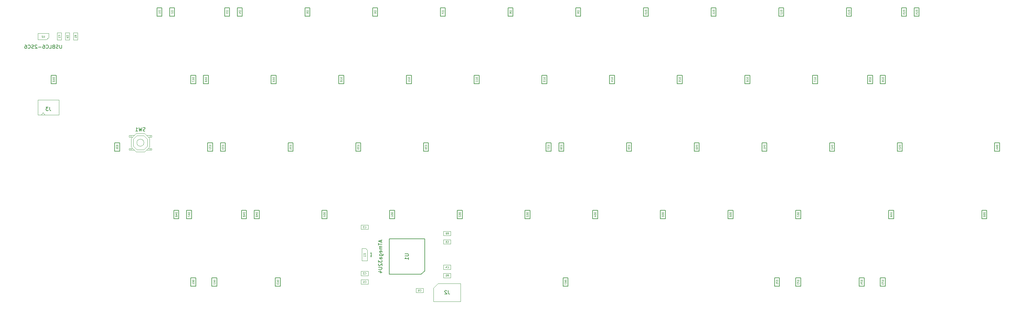
<source format=gbr>
G04 #@! TF.GenerationSoftware,KiCad,Pcbnew,(5.99.0-4079-gfad0916f0)*
G04 #@! TF.CreationDate,2020-11-08T20:09:35-05:00*
G04 #@! TF.ProjectId,plain60-c,706c6169-6e36-4302-9d63-2e6b69636164,rev?*
G04 #@! TF.SameCoordinates,Original*
G04 #@! TF.FileFunction,AssemblyDrawing,Bot*
%FSLAX46Y46*%
G04 Gerber Fmt 4.6, Leading zero omitted, Abs format (unit mm)*
G04 Created by KiCad (PCBNEW (5.99.0-4079-gfad0916f0)) date 2020-11-08 20:09:35*
%MOMM*%
%LPD*%
G01*
G04 APERTURE LIST*
%ADD10C,0.125000*%
%ADD11C,0.150000*%
%ADD12C,0.030000*%
%ADD13C,0.080000*%
%ADD14C,0.075000*%
%ADD15C,0.100000*%
G04 APERTURE END LIST*
D10*
X240137329Y-86308555D02*
X239637329Y-86308555D01*
X239637329Y-86427602D01*
X239661139Y-86499031D01*
X239708758Y-86546650D01*
X239756377Y-86570459D01*
X239851615Y-86594269D01*
X239923043Y-86594269D01*
X240018281Y-86570459D01*
X240065900Y-86546650D01*
X240113519Y-86499031D01*
X240137329Y-86427602D01*
X240137329Y-86308555D01*
X239637329Y-86760936D02*
X239637329Y-87094269D01*
X240137329Y-86879983D01*
X239637329Y-87237126D02*
X239637329Y-87546650D01*
X239827805Y-87379983D01*
X239827805Y-87451412D01*
X239851615Y-87499031D01*
X239875424Y-87522840D01*
X239923043Y-87546650D01*
X240042091Y-87546650D01*
X240089710Y-87522840D01*
X240113519Y-87499031D01*
X240137329Y-87451412D01*
X240137329Y-87308555D01*
X240113519Y-87260936D01*
X240089710Y-87237126D01*
X216324809Y-86308555D02*
X215824809Y-86308555D01*
X215824809Y-86427602D01*
X215848619Y-86499031D01*
X215896238Y-86546650D01*
X215943857Y-86570459D01*
X216039095Y-86594269D01*
X216110523Y-86594269D01*
X216205761Y-86570459D01*
X216253380Y-86546650D01*
X216300999Y-86499031D01*
X216324809Y-86427602D01*
X216324809Y-86308555D01*
X215824809Y-86760936D02*
X215824809Y-87094269D01*
X216324809Y-86879983D01*
X215872428Y-87260936D02*
X215848619Y-87284745D01*
X215824809Y-87332364D01*
X215824809Y-87451412D01*
X215848619Y-87499031D01*
X215872428Y-87522840D01*
X215920047Y-87546650D01*
X215967666Y-87546650D01*
X216039095Y-87522840D01*
X216324809Y-87237126D01*
X216324809Y-87546650D01*
X210371679Y-86308555D02*
X209871679Y-86308555D01*
X209871679Y-86427602D01*
X209895489Y-86499031D01*
X209943108Y-86546650D01*
X209990727Y-86570459D01*
X210085965Y-86594269D01*
X210157393Y-86594269D01*
X210252631Y-86570459D01*
X210300250Y-86546650D01*
X210347869Y-86499031D01*
X210371679Y-86427602D01*
X210371679Y-86308555D01*
X209871679Y-86760936D02*
X209871679Y-87094269D01*
X210371679Y-86879983D01*
X210371679Y-87546650D02*
X210371679Y-87260936D01*
X210371679Y-87403793D02*
X209871679Y-87403793D01*
X209943108Y-87356174D01*
X209990727Y-87308555D01*
X210014536Y-87260936D01*
X150840379Y-86308555D02*
X150340379Y-86308555D01*
X150340379Y-86427602D01*
X150364189Y-86499031D01*
X150411808Y-86546650D01*
X150459427Y-86570459D01*
X150554665Y-86594269D01*
X150626093Y-86594269D01*
X150721331Y-86570459D01*
X150768950Y-86546650D01*
X150816569Y-86499031D01*
X150840379Y-86427602D01*
X150840379Y-86308555D01*
X150340379Y-87022840D02*
X150340379Y-86927602D01*
X150364189Y-86879983D01*
X150387998Y-86856174D01*
X150459427Y-86808555D01*
X150554665Y-86784745D01*
X150745141Y-86784745D01*
X150792760Y-86808555D01*
X150816569Y-86832364D01*
X150840379Y-86879983D01*
X150840379Y-86975221D01*
X150816569Y-87022840D01*
X150792760Y-87046650D01*
X150745141Y-87070459D01*
X150626093Y-87070459D01*
X150578474Y-87046650D01*
X150554665Y-87022840D01*
X150530855Y-86975221D01*
X150530855Y-86879983D01*
X150554665Y-86832364D01*
X150578474Y-86808555D01*
X150626093Y-86784745D01*
X150340379Y-87237126D02*
X150340379Y-87570459D01*
X150840379Y-87356174D01*
X69877811Y-86308555D02*
X69377811Y-86308555D01*
X69377811Y-86427602D01*
X69401621Y-86499031D01*
X69449240Y-86546650D01*
X69496859Y-86570459D01*
X69592097Y-86594269D01*
X69663525Y-86594269D01*
X69758763Y-86570459D01*
X69806382Y-86546650D01*
X69854001Y-86499031D01*
X69877811Y-86427602D01*
X69877811Y-86308555D01*
X69377811Y-87022840D02*
X69377811Y-86927602D01*
X69401621Y-86879983D01*
X69425430Y-86856174D01*
X69496859Y-86808555D01*
X69592097Y-86784745D01*
X69782573Y-86784745D01*
X69830192Y-86808555D01*
X69854001Y-86832364D01*
X69877811Y-86879983D01*
X69877811Y-86975221D01*
X69854001Y-87022840D01*
X69830192Y-87046650D01*
X69782573Y-87070459D01*
X69663525Y-87070459D01*
X69615906Y-87046650D01*
X69592097Y-87022840D01*
X69568287Y-86975221D01*
X69568287Y-86879983D01*
X69592097Y-86832364D01*
X69615906Y-86808555D01*
X69663525Y-86784745D01*
X69377811Y-87237126D02*
X69377811Y-87546650D01*
X69568287Y-87379983D01*
X69568287Y-87451412D01*
X69592097Y-87499031D01*
X69615906Y-87522840D01*
X69663525Y-87546650D01*
X69782573Y-87546650D01*
X69830192Y-87522840D01*
X69854001Y-87499031D01*
X69877811Y-87451412D01*
X69877811Y-87308555D01*
X69854001Y-87260936D01*
X69830192Y-87237126D01*
X268712353Y-67258539D02*
X268212353Y-67258539D01*
X268212353Y-67377586D01*
X268236163Y-67449015D01*
X268283782Y-67496634D01*
X268331401Y-67520443D01*
X268426639Y-67544253D01*
X268498067Y-67544253D01*
X268593305Y-67520443D01*
X268640924Y-67496634D01*
X268688543Y-67449015D01*
X268712353Y-67377586D01*
X268712353Y-67258539D01*
X268212353Y-67996634D02*
X268212353Y-67758539D01*
X268450448Y-67734729D01*
X268426639Y-67758539D01*
X268402829Y-67806158D01*
X268402829Y-67925205D01*
X268426639Y-67972824D01*
X268450448Y-67996634D01*
X268498067Y-68020443D01*
X268617115Y-68020443D01*
X268664734Y-67996634D01*
X268688543Y-67972824D01*
X268712353Y-67925205D01*
X268712353Y-67806158D01*
X268688543Y-67758539D01*
X268664734Y-67734729D01*
X268712353Y-68258539D02*
X268712353Y-68353777D01*
X268688543Y-68401396D01*
X268664734Y-68425205D01*
X268593305Y-68472824D01*
X268498067Y-68496634D01*
X268307591Y-68496634D01*
X268259972Y-68472824D01*
X268236163Y-68449015D01*
X268212353Y-68401396D01*
X268212353Y-68306158D01*
X268236163Y-68258539D01*
X268259972Y-68234729D01*
X268307591Y-68210920D01*
X268426639Y-68210920D01*
X268474258Y-68234729D01*
X268498067Y-68258539D01*
X268521877Y-68306158D01*
X268521877Y-68401396D01*
X268498067Y-68449015D01*
X268474258Y-68472824D01*
X268426639Y-68496634D01*
X242518581Y-67258539D02*
X242018581Y-67258539D01*
X242018581Y-67377586D01*
X242042391Y-67449015D01*
X242090010Y-67496634D01*
X242137629Y-67520443D01*
X242232867Y-67544253D01*
X242304295Y-67544253D01*
X242399533Y-67520443D01*
X242447152Y-67496634D01*
X242494771Y-67449015D01*
X242518581Y-67377586D01*
X242518581Y-67258539D01*
X242018581Y-67996634D02*
X242018581Y-67758539D01*
X242256676Y-67734729D01*
X242232867Y-67758539D01*
X242209057Y-67806158D01*
X242209057Y-67925205D01*
X242232867Y-67972824D01*
X242256676Y-67996634D01*
X242304295Y-68020443D01*
X242423343Y-68020443D01*
X242470962Y-67996634D01*
X242494771Y-67972824D01*
X242518581Y-67925205D01*
X242518581Y-67806158D01*
X242494771Y-67758539D01*
X242470962Y-67734729D01*
X242232867Y-68306158D02*
X242209057Y-68258539D01*
X242185248Y-68234729D01*
X242137629Y-68210920D01*
X242113819Y-68210920D01*
X242066200Y-68234729D01*
X242042391Y-68258539D01*
X242018581Y-68306158D01*
X242018581Y-68401396D01*
X242042391Y-68449015D01*
X242066200Y-68472824D01*
X242113819Y-68496634D01*
X242137629Y-68496634D01*
X242185248Y-68472824D01*
X242209057Y-68449015D01*
X242232867Y-68401396D01*
X242232867Y-68306158D01*
X242256676Y-68258539D01*
X242280486Y-68234729D01*
X242328105Y-68210920D01*
X242423343Y-68210920D01*
X242470962Y-68234729D01*
X242494771Y-68258539D01*
X242518581Y-68306158D01*
X242518581Y-68401396D01*
X242494771Y-68449015D01*
X242470962Y-68472824D01*
X242423343Y-68496634D01*
X242328105Y-68496634D01*
X242280486Y-68472824D01*
X242256676Y-68449015D01*
X242232867Y-68401396D01*
X216324809Y-67258539D02*
X215824809Y-67258539D01*
X215824809Y-67377586D01*
X215848619Y-67449015D01*
X215896238Y-67496634D01*
X215943857Y-67520443D01*
X216039095Y-67544253D01*
X216110523Y-67544253D01*
X216205761Y-67520443D01*
X216253380Y-67496634D01*
X216300999Y-67449015D01*
X216324809Y-67377586D01*
X216324809Y-67258539D01*
X215824809Y-67996634D02*
X215824809Y-67758539D01*
X216062904Y-67734729D01*
X216039095Y-67758539D01*
X216015285Y-67806158D01*
X216015285Y-67925205D01*
X216039095Y-67972824D01*
X216062904Y-67996634D01*
X216110523Y-68020443D01*
X216229571Y-68020443D01*
X216277190Y-67996634D01*
X216300999Y-67972824D01*
X216324809Y-67925205D01*
X216324809Y-67806158D01*
X216300999Y-67758539D01*
X216277190Y-67734729D01*
X215824809Y-68187110D02*
X215824809Y-68520443D01*
X216324809Y-68306158D01*
X197274793Y-67258539D02*
X196774793Y-67258539D01*
X196774793Y-67377586D01*
X196798603Y-67449015D01*
X196846222Y-67496634D01*
X196893841Y-67520443D01*
X196989079Y-67544253D01*
X197060507Y-67544253D01*
X197155745Y-67520443D01*
X197203364Y-67496634D01*
X197250983Y-67449015D01*
X197274793Y-67377586D01*
X197274793Y-67258539D01*
X196774793Y-67996634D02*
X196774793Y-67758539D01*
X197012888Y-67734729D01*
X196989079Y-67758539D01*
X196965269Y-67806158D01*
X196965269Y-67925205D01*
X196989079Y-67972824D01*
X197012888Y-67996634D01*
X197060507Y-68020443D01*
X197179555Y-68020443D01*
X197227174Y-67996634D01*
X197250983Y-67972824D01*
X197274793Y-67925205D01*
X197274793Y-67806158D01*
X197250983Y-67758539D01*
X197227174Y-67734729D01*
X196774793Y-68449015D02*
X196774793Y-68353777D01*
X196798603Y-68306158D01*
X196822412Y-68282348D01*
X196893841Y-68234729D01*
X196989079Y-68210920D01*
X197179555Y-68210920D01*
X197227174Y-68234729D01*
X197250983Y-68258539D01*
X197274793Y-68306158D01*
X197274793Y-68401396D01*
X197250983Y-68449015D01*
X197227174Y-68472824D01*
X197179555Y-68496634D01*
X197060507Y-68496634D01*
X197012888Y-68472824D01*
X196989079Y-68449015D01*
X196965269Y-68401396D01*
X196965269Y-68306158D01*
X196989079Y-68258539D01*
X197012888Y-68234729D01*
X197060507Y-68210920D01*
X140124745Y-67258539D02*
X139624745Y-67258539D01*
X139624745Y-67377586D01*
X139648555Y-67449015D01*
X139696174Y-67496634D01*
X139743793Y-67520443D01*
X139839031Y-67544253D01*
X139910459Y-67544253D01*
X140005697Y-67520443D01*
X140053316Y-67496634D01*
X140100935Y-67449015D01*
X140124745Y-67377586D01*
X140124745Y-67258539D01*
X139624745Y-67996634D02*
X139624745Y-67758539D01*
X139862840Y-67734729D01*
X139839031Y-67758539D01*
X139815221Y-67806158D01*
X139815221Y-67925205D01*
X139839031Y-67972824D01*
X139862840Y-67996634D01*
X139910459Y-68020443D01*
X140029507Y-68020443D01*
X140077126Y-67996634D01*
X140100935Y-67972824D01*
X140124745Y-67925205D01*
X140124745Y-67806158D01*
X140100935Y-67758539D01*
X140077126Y-67734729D01*
X139624745Y-68187110D02*
X139624745Y-68496634D01*
X139815221Y-68329967D01*
X139815221Y-68401396D01*
X139839031Y-68449015D01*
X139862840Y-68472824D01*
X139910459Y-68496634D01*
X140029507Y-68496634D01*
X140077126Y-68472824D01*
X140100935Y-68449015D01*
X140124745Y-68401396D01*
X140124745Y-68258539D01*
X140100935Y-68210920D01*
X140077126Y-68187110D01*
X102024713Y-67258539D02*
X101524713Y-67258539D01*
X101524713Y-67377586D01*
X101548523Y-67449015D01*
X101596142Y-67496634D01*
X101643761Y-67520443D01*
X101738999Y-67544253D01*
X101810427Y-67544253D01*
X101905665Y-67520443D01*
X101953284Y-67496634D01*
X102000903Y-67449015D01*
X102024713Y-67377586D01*
X102024713Y-67258539D01*
X101524713Y-67996634D02*
X101524713Y-67758539D01*
X101762808Y-67734729D01*
X101738999Y-67758539D01*
X101715189Y-67806158D01*
X101715189Y-67925205D01*
X101738999Y-67972824D01*
X101762808Y-67996634D01*
X101810427Y-68020443D01*
X101929475Y-68020443D01*
X101977094Y-67996634D01*
X102000903Y-67972824D01*
X102024713Y-67925205D01*
X102024713Y-67806158D01*
X102000903Y-67758539D01*
X101977094Y-67734729D01*
X102024713Y-68496634D02*
X102024713Y-68210920D01*
X102024713Y-68353777D02*
X101524713Y-68353777D01*
X101596142Y-68306158D01*
X101643761Y-68258539D01*
X101667570Y-68210920D01*
X82974697Y-67258539D02*
X82474697Y-67258539D01*
X82474697Y-67377586D01*
X82498507Y-67449015D01*
X82546126Y-67496634D01*
X82593745Y-67520443D01*
X82688983Y-67544253D01*
X82760411Y-67544253D01*
X82855649Y-67520443D01*
X82903268Y-67496634D01*
X82950887Y-67449015D01*
X82974697Y-67377586D01*
X82974697Y-67258539D01*
X82474697Y-67996634D02*
X82474697Y-67758539D01*
X82712792Y-67734729D01*
X82688983Y-67758539D01*
X82665173Y-67806158D01*
X82665173Y-67925205D01*
X82688983Y-67972824D01*
X82712792Y-67996634D01*
X82760411Y-68020443D01*
X82879459Y-68020443D01*
X82927078Y-67996634D01*
X82950887Y-67972824D01*
X82974697Y-67925205D01*
X82974697Y-67806158D01*
X82950887Y-67758539D01*
X82927078Y-67734729D01*
X82474697Y-68329967D02*
X82474697Y-68377586D01*
X82498507Y-68425205D01*
X82522316Y-68449015D01*
X82569935Y-68472824D01*
X82665173Y-68496634D01*
X82784221Y-68496634D01*
X82879459Y-68472824D01*
X82927078Y-68449015D01*
X82950887Y-68425205D01*
X82974697Y-68377586D01*
X82974697Y-68329967D01*
X82950887Y-68282348D01*
X82927078Y-68258539D01*
X82879459Y-68234729D01*
X82784221Y-68210920D01*
X82665173Y-68210920D01*
X82569935Y-68234729D01*
X82522316Y-68258539D01*
X82498507Y-68282348D01*
X82474697Y-68329967D01*
X221087313Y-29158507D02*
X220587313Y-29158507D01*
X220587313Y-29277554D01*
X220611123Y-29348983D01*
X220658742Y-29396602D01*
X220706361Y-29420411D01*
X220801599Y-29444221D01*
X220873027Y-29444221D01*
X220968265Y-29420411D01*
X221015884Y-29396602D01*
X221063503Y-29348983D01*
X221087313Y-29277554D01*
X221087313Y-29158507D01*
X220634932Y-29634697D02*
X220611123Y-29658507D01*
X220587313Y-29706126D01*
X220587313Y-29825173D01*
X220611123Y-29872792D01*
X220634932Y-29896602D01*
X220682551Y-29920411D01*
X220730170Y-29920411D01*
X220801599Y-29896602D01*
X221087313Y-29610888D01*
X221087313Y-29920411D01*
X220587313Y-30087078D02*
X220587313Y-30420411D01*
X221087313Y-30206126D01*
X225849817Y-48208523D02*
X225349817Y-48208523D01*
X225349817Y-48327570D01*
X225373627Y-48398999D01*
X225421246Y-48446618D01*
X225468865Y-48470427D01*
X225564103Y-48494237D01*
X225635531Y-48494237D01*
X225730769Y-48470427D01*
X225778388Y-48446618D01*
X225826007Y-48398999D01*
X225849817Y-48327570D01*
X225849817Y-48208523D01*
X225516484Y-48922808D02*
X225849817Y-48922808D01*
X225326007Y-48803761D02*
X225683150Y-48684713D01*
X225683150Y-48994237D01*
X225397436Y-49160904D02*
X225373627Y-49184713D01*
X225349817Y-49232332D01*
X225349817Y-49351380D01*
X225373627Y-49398999D01*
X225397436Y-49422808D01*
X225445055Y-49446618D01*
X225492674Y-49446618D01*
X225564103Y-49422808D01*
X225849817Y-49137094D01*
X225849817Y-49446618D01*
X49637169Y-29158507D02*
X49137169Y-29158507D01*
X49137169Y-29277554D01*
X49160979Y-29348983D01*
X49208598Y-29396602D01*
X49256217Y-29420411D01*
X49351455Y-29444221D01*
X49422883Y-29444221D01*
X49518121Y-29420411D01*
X49565740Y-29396602D01*
X49613359Y-29348983D01*
X49637169Y-29277554D01*
X49637169Y-29158507D01*
X49637169Y-29920411D02*
X49637169Y-29634697D01*
X49637169Y-29777554D02*
X49137169Y-29777554D01*
X49208598Y-29729935D01*
X49256217Y-29682316D01*
X49280026Y-29634697D01*
X49351455Y-30206126D02*
X49327645Y-30158507D01*
X49303836Y-30134697D01*
X49256217Y-30110888D01*
X49232407Y-30110888D01*
X49184788Y-30134697D01*
X49160979Y-30158507D01*
X49137169Y-30206126D01*
X49137169Y-30301364D01*
X49160979Y-30348983D01*
X49184788Y-30372792D01*
X49232407Y-30396602D01*
X49256217Y-30396602D01*
X49303836Y-30372792D01*
X49327645Y-30348983D01*
X49351455Y-30301364D01*
X49351455Y-30206126D01*
X49375264Y-30158507D01*
X49399074Y-30134697D01*
X49446693Y-30110888D01*
X49541931Y-30110888D01*
X49589550Y-30134697D01*
X49613359Y-30158507D01*
X49637169Y-30206126D01*
X49637169Y-30301364D01*
X49613359Y-30348983D01*
X49589550Y-30372792D01*
X49541931Y-30396602D01*
X49446693Y-30396602D01*
X49399074Y-30372792D01*
X49375264Y-30348983D01*
X49351455Y-30301364D01*
X182987281Y-29158507D02*
X182487281Y-29158507D01*
X182487281Y-29277554D01*
X182511091Y-29348983D01*
X182558710Y-29396602D01*
X182606329Y-29420411D01*
X182701567Y-29444221D01*
X182772995Y-29444221D01*
X182868233Y-29420411D01*
X182915852Y-29396602D01*
X182963471Y-29348983D01*
X182987281Y-29277554D01*
X182987281Y-29158507D01*
X182534900Y-29634697D02*
X182511091Y-29658507D01*
X182487281Y-29706126D01*
X182487281Y-29825173D01*
X182511091Y-29872792D01*
X182534900Y-29896602D01*
X182582519Y-29920411D01*
X182630138Y-29920411D01*
X182701567Y-29896602D01*
X182987281Y-29610888D01*
X182987281Y-29920411D01*
X182487281Y-30372792D02*
X182487281Y-30134697D01*
X182725376Y-30110888D01*
X182701567Y-30134697D01*
X182677757Y-30182316D01*
X182677757Y-30301364D01*
X182701567Y-30348983D01*
X182725376Y-30372792D01*
X182772995Y-30396602D01*
X182892043Y-30396602D01*
X182939662Y-30372792D01*
X182963471Y-30348983D01*
X182987281Y-30301364D01*
X182987281Y-30182316D01*
X182963471Y-30134697D01*
X182939662Y-30110888D01*
X206799801Y-48208523D02*
X206299801Y-48208523D01*
X206299801Y-48327570D01*
X206323611Y-48398999D01*
X206371230Y-48446618D01*
X206418849Y-48470427D01*
X206514087Y-48494237D01*
X206585515Y-48494237D01*
X206680753Y-48470427D01*
X206728372Y-48446618D01*
X206775991Y-48398999D01*
X206799801Y-48327570D01*
X206799801Y-48208523D01*
X206466468Y-48922808D02*
X206799801Y-48922808D01*
X206275991Y-48803761D02*
X206633134Y-48684713D01*
X206633134Y-48994237D01*
X206799801Y-49446618D02*
X206799801Y-49160904D01*
X206799801Y-49303761D02*
X206299801Y-49303761D01*
X206371230Y-49256142D01*
X206418849Y-49208523D01*
X206442658Y-49160904D01*
X111549721Y-48208523D02*
X111049721Y-48208523D01*
X111049721Y-48327570D01*
X111073531Y-48398999D01*
X111121150Y-48446618D01*
X111168769Y-48470427D01*
X111264007Y-48494237D01*
X111335435Y-48494237D01*
X111430673Y-48470427D01*
X111478292Y-48446618D01*
X111525911Y-48398999D01*
X111549721Y-48327570D01*
X111549721Y-48208523D01*
X111049721Y-48660904D02*
X111049721Y-48970427D01*
X111240197Y-48803761D01*
X111240197Y-48875189D01*
X111264007Y-48922808D01*
X111287816Y-48946618D01*
X111335435Y-48970427D01*
X111454483Y-48970427D01*
X111502102Y-48946618D01*
X111525911Y-48922808D01*
X111549721Y-48875189D01*
X111549721Y-48732332D01*
X111525911Y-48684713D01*
X111502102Y-48660904D01*
X111049721Y-49398999D02*
X111049721Y-49303761D01*
X111073531Y-49256142D01*
X111097340Y-49232332D01*
X111168769Y-49184713D01*
X111264007Y-49160904D01*
X111454483Y-49160904D01*
X111502102Y-49184713D01*
X111525911Y-49208523D01*
X111549721Y-49256142D01*
X111549721Y-49351380D01*
X111525911Y-49398999D01*
X111502102Y-49422808D01*
X111454483Y-49446618D01*
X111335435Y-49446618D01*
X111287816Y-49422808D01*
X111264007Y-49398999D01*
X111240197Y-49351380D01*
X111240197Y-49256142D01*
X111264007Y-49208523D01*
X111287816Y-49184713D01*
X111335435Y-49160904D01*
X24634023Y-48208523D02*
X24134023Y-48208523D01*
X24134023Y-48327570D01*
X24157833Y-48398999D01*
X24205452Y-48446618D01*
X24253071Y-48470427D01*
X24348309Y-48494237D01*
X24419737Y-48494237D01*
X24514975Y-48470427D01*
X24562594Y-48446618D01*
X24610213Y-48398999D01*
X24634023Y-48327570D01*
X24634023Y-48208523D01*
X24134023Y-48660904D02*
X24134023Y-48970427D01*
X24324499Y-48803761D01*
X24324499Y-48875189D01*
X24348309Y-48922808D01*
X24372118Y-48946618D01*
X24419737Y-48970427D01*
X24538785Y-48970427D01*
X24586404Y-48946618D01*
X24610213Y-48922808D01*
X24634023Y-48875189D01*
X24634023Y-48732332D01*
X24610213Y-48684713D01*
X24586404Y-48660904D01*
X24634023Y-49446618D02*
X24634023Y-49160904D01*
X24634023Y-49303761D02*
X24134023Y-49303761D01*
X24205452Y-49256142D01*
X24253071Y-49208523D01*
X24276880Y-49160904D01*
X187749785Y-48208523D02*
X187249785Y-48208523D01*
X187249785Y-48327570D01*
X187273595Y-48398999D01*
X187321214Y-48446618D01*
X187368833Y-48470427D01*
X187464071Y-48494237D01*
X187535499Y-48494237D01*
X187630737Y-48470427D01*
X187678356Y-48446618D01*
X187725975Y-48398999D01*
X187749785Y-48327570D01*
X187749785Y-48208523D01*
X187416452Y-48922808D02*
X187749785Y-48922808D01*
X187225975Y-48803761D02*
X187583118Y-48684713D01*
X187583118Y-48994237D01*
X187249785Y-49279951D02*
X187249785Y-49327570D01*
X187273595Y-49375189D01*
X187297404Y-49398999D01*
X187345023Y-49422808D01*
X187440261Y-49446618D01*
X187559309Y-49446618D01*
X187654547Y-49422808D01*
X187702166Y-49398999D01*
X187725975Y-49375189D01*
X187749785Y-49327570D01*
X187749785Y-49279951D01*
X187725975Y-49232332D01*
X187702166Y-49208523D01*
X187654547Y-49184713D01*
X187559309Y-49160904D01*
X187440261Y-49160904D01*
X187345023Y-49184713D01*
X187297404Y-49208523D01*
X187273595Y-49232332D01*
X187249785Y-49279951D01*
X146077875Y-48208523D02*
X145577875Y-48208523D01*
X145577875Y-48327570D01*
X145601685Y-48398999D01*
X145649304Y-48446618D01*
X145696923Y-48470427D01*
X145792161Y-48494237D01*
X145863589Y-48494237D01*
X145958827Y-48470427D01*
X146006446Y-48446618D01*
X146054065Y-48398999D01*
X146077875Y-48327570D01*
X146077875Y-48208523D01*
X145577875Y-48660904D02*
X145577875Y-48970427D01*
X145768351Y-48803761D01*
X145768351Y-48875189D01*
X145792161Y-48922808D01*
X145815970Y-48946618D01*
X145863589Y-48970427D01*
X145982637Y-48970427D01*
X146030256Y-48946618D01*
X146054065Y-48922808D01*
X146077875Y-48875189D01*
X146077875Y-48732332D01*
X146054065Y-48684713D01*
X146030256Y-48660904D01*
X145577875Y-49137094D02*
X145577875Y-49470427D01*
X146077875Y-49256142D01*
X50827795Y-48208523D02*
X50327795Y-48208523D01*
X50327795Y-48327570D01*
X50351605Y-48398999D01*
X50399224Y-48446618D01*
X50446843Y-48470427D01*
X50542081Y-48494237D01*
X50613509Y-48494237D01*
X50708747Y-48470427D01*
X50756366Y-48446618D01*
X50803985Y-48398999D01*
X50827795Y-48327570D01*
X50827795Y-48208523D01*
X50327795Y-48660904D02*
X50327795Y-48970427D01*
X50518271Y-48803761D01*
X50518271Y-48875189D01*
X50542081Y-48922808D01*
X50565890Y-48946618D01*
X50613509Y-48970427D01*
X50732557Y-48970427D01*
X50780176Y-48946618D01*
X50803985Y-48922808D01*
X50827795Y-48875189D01*
X50827795Y-48732332D01*
X50803985Y-48684713D01*
X50780176Y-48660904D01*
X50375414Y-49160904D02*
X50351605Y-49184713D01*
X50327795Y-49232332D01*
X50327795Y-49351380D01*
X50351605Y-49398999D01*
X50375414Y-49422808D01*
X50423033Y-49446618D01*
X50470652Y-49446618D01*
X50542081Y-49422808D01*
X50827795Y-49137094D01*
X50827795Y-49446618D01*
X73449689Y-48208523D02*
X72949689Y-48208523D01*
X72949689Y-48327570D01*
X72973499Y-48398999D01*
X73021118Y-48446618D01*
X73068737Y-48470427D01*
X73163975Y-48494237D01*
X73235403Y-48494237D01*
X73330641Y-48470427D01*
X73378260Y-48446618D01*
X73425879Y-48398999D01*
X73449689Y-48327570D01*
X73449689Y-48208523D01*
X72949689Y-48660904D02*
X72949689Y-48970427D01*
X73140165Y-48803761D01*
X73140165Y-48875189D01*
X73163975Y-48922808D01*
X73187784Y-48946618D01*
X73235403Y-48970427D01*
X73354451Y-48970427D01*
X73402070Y-48946618D01*
X73425879Y-48922808D01*
X73449689Y-48875189D01*
X73449689Y-48732332D01*
X73425879Y-48684713D01*
X73402070Y-48660904D01*
X73116356Y-49398999D02*
X73449689Y-49398999D01*
X72925879Y-49279951D02*
X73283022Y-49160904D01*
X73283022Y-49470427D01*
X106787217Y-29158507D02*
X106287217Y-29158507D01*
X106287217Y-29277554D01*
X106311027Y-29348983D01*
X106358646Y-29396602D01*
X106406265Y-29420411D01*
X106501503Y-29444221D01*
X106572931Y-29444221D01*
X106668169Y-29420411D01*
X106715788Y-29396602D01*
X106763407Y-29348983D01*
X106787217Y-29277554D01*
X106787217Y-29158507D01*
X106334836Y-29634697D02*
X106311027Y-29658507D01*
X106287217Y-29706126D01*
X106287217Y-29825173D01*
X106311027Y-29872792D01*
X106334836Y-29896602D01*
X106382455Y-29920411D01*
X106430074Y-29920411D01*
X106501503Y-29896602D01*
X106787217Y-29610888D01*
X106787217Y-29920411D01*
X106787217Y-30396602D02*
X106787217Y-30110888D01*
X106787217Y-30253745D02*
X106287217Y-30253745D01*
X106358646Y-30206126D01*
X106406265Y-30158507D01*
X106430074Y-30110888D01*
X202037297Y-29158507D02*
X201537297Y-29158507D01*
X201537297Y-29277554D01*
X201561107Y-29348983D01*
X201608726Y-29396602D01*
X201656345Y-29420411D01*
X201751583Y-29444221D01*
X201823011Y-29444221D01*
X201918249Y-29420411D01*
X201965868Y-29396602D01*
X202013487Y-29348983D01*
X202037297Y-29277554D01*
X202037297Y-29158507D01*
X201584916Y-29634697D02*
X201561107Y-29658507D01*
X201537297Y-29706126D01*
X201537297Y-29825173D01*
X201561107Y-29872792D01*
X201584916Y-29896602D01*
X201632535Y-29920411D01*
X201680154Y-29920411D01*
X201751583Y-29896602D01*
X202037297Y-29610888D01*
X202037297Y-29920411D01*
X201537297Y-30348983D02*
X201537297Y-30253745D01*
X201561107Y-30206126D01*
X201584916Y-30182316D01*
X201656345Y-30134697D01*
X201751583Y-30110888D01*
X201942059Y-30110888D01*
X201989678Y-30134697D01*
X202013487Y-30158507D01*
X202037297Y-30206126D01*
X202037297Y-30301364D01*
X202013487Y-30348983D01*
X201989678Y-30372792D01*
X201942059Y-30396602D01*
X201823011Y-30396602D01*
X201775392Y-30372792D01*
X201751583Y-30348983D01*
X201727773Y-30301364D01*
X201727773Y-30206126D01*
X201751583Y-30158507D01*
X201775392Y-30134697D01*
X201823011Y-30110888D01*
X125837233Y-29158507D02*
X125337233Y-29158507D01*
X125337233Y-29277554D01*
X125361043Y-29348983D01*
X125408662Y-29396602D01*
X125456281Y-29420411D01*
X125551519Y-29444221D01*
X125622947Y-29444221D01*
X125718185Y-29420411D01*
X125765804Y-29396602D01*
X125813423Y-29348983D01*
X125837233Y-29277554D01*
X125837233Y-29158507D01*
X125384852Y-29634697D02*
X125361043Y-29658507D01*
X125337233Y-29706126D01*
X125337233Y-29825173D01*
X125361043Y-29872792D01*
X125384852Y-29896602D01*
X125432471Y-29920411D01*
X125480090Y-29920411D01*
X125551519Y-29896602D01*
X125837233Y-29610888D01*
X125837233Y-29920411D01*
X125384852Y-30110888D02*
X125361043Y-30134697D01*
X125337233Y-30182316D01*
X125337233Y-30301364D01*
X125361043Y-30348983D01*
X125384852Y-30372792D01*
X125432471Y-30396602D01*
X125480090Y-30396602D01*
X125551519Y-30372792D01*
X125837233Y-30087078D01*
X125837233Y-30396602D01*
X163937265Y-29158507D02*
X163437265Y-29158507D01*
X163437265Y-29277554D01*
X163461075Y-29348983D01*
X163508694Y-29396602D01*
X163556313Y-29420411D01*
X163651551Y-29444221D01*
X163722979Y-29444221D01*
X163818217Y-29420411D01*
X163865836Y-29396602D01*
X163913455Y-29348983D01*
X163937265Y-29277554D01*
X163937265Y-29158507D01*
X163484884Y-29634697D02*
X163461075Y-29658507D01*
X163437265Y-29706126D01*
X163437265Y-29825173D01*
X163461075Y-29872792D01*
X163484884Y-29896602D01*
X163532503Y-29920411D01*
X163580122Y-29920411D01*
X163651551Y-29896602D01*
X163937265Y-29610888D01*
X163937265Y-29920411D01*
X163603932Y-30348983D02*
X163937265Y-30348983D01*
X163413455Y-30229935D02*
X163770598Y-30110888D01*
X163770598Y-30420411D01*
X244899833Y-48208523D02*
X244399833Y-48208523D01*
X244399833Y-48327570D01*
X244423643Y-48398999D01*
X244471262Y-48446618D01*
X244518881Y-48470427D01*
X244614119Y-48494237D01*
X244685547Y-48494237D01*
X244780785Y-48470427D01*
X244828404Y-48446618D01*
X244876023Y-48398999D01*
X244899833Y-48327570D01*
X244899833Y-48208523D01*
X244566500Y-48922808D02*
X244899833Y-48922808D01*
X244376023Y-48803761D02*
X244733166Y-48684713D01*
X244733166Y-48994237D01*
X244399833Y-49137094D02*
X244399833Y-49446618D01*
X244590309Y-49279951D01*
X244590309Y-49351380D01*
X244614119Y-49398999D01*
X244637928Y-49422808D01*
X244685547Y-49446618D01*
X244804595Y-49446618D01*
X244852214Y-49422808D01*
X244876023Y-49398999D01*
X244899833Y-49351380D01*
X244899833Y-49208523D01*
X244876023Y-49160904D01*
X244852214Y-49137094D01*
X149649753Y-48208523D02*
X149149753Y-48208523D01*
X149149753Y-48327570D01*
X149173563Y-48398999D01*
X149221182Y-48446618D01*
X149268801Y-48470427D01*
X149364039Y-48494237D01*
X149435467Y-48494237D01*
X149530705Y-48470427D01*
X149578324Y-48446618D01*
X149625943Y-48398999D01*
X149649753Y-48327570D01*
X149649753Y-48208523D01*
X149149753Y-48660904D02*
X149149753Y-48970427D01*
X149340229Y-48803761D01*
X149340229Y-48875189D01*
X149364039Y-48922808D01*
X149387848Y-48946618D01*
X149435467Y-48970427D01*
X149554515Y-48970427D01*
X149602134Y-48946618D01*
X149625943Y-48922808D01*
X149649753Y-48875189D01*
X149649753Y-48732332D01*
X149625943Y-48684713D01*
X149602134Y-48660904D01*
X149364039Y-49256142D02*
X149340229Y-49208523D01*
X149316420Y-49184713D01*
X149268801Y-49160904D01*
X149244991Y-49160904D01*
X149197372Y-49184713D01*
X149173563Y-49208523D01*
X149149753Y-49256142D01*
X149149753Y-49351380D01*
X149173563Y-49398999D01*
X149197372Y-49422808D01*
X149244991Y-49446618D01*
X149268801Y-49446618D01*
X149316420Y-49422808D01*
X149340229Y-49398999D01*
X149364039Y-49351380D01*
X149364039Y-49256142D01*
X149387848Y-49208523D01*
X149411658Y-49184713D01*
X149459277Y-49160904D01*
X149554515Y-49160904D01*
X149602134Y-49184713D01*
X149625943Y-49208523D01*
X149649753Y-49256142D01*
X149649753Y-49351380D01*
X149625943Y-49398999D01*
X149602134Y-49422808D01*
X149554515Y-49446618D01*
X149459277Y-49446618D01*
X149411658Y-49422808D01*
X149387848Y-49398999D01*
X149364039Y-49351380D01*
X92499705Y-48208523D02*
X91999705Y-48208523D01*
X91999705Y-48327570D01*
X92023515Y-48398999D01*
X92071134Y-48446618D01*
X92118753Y-48470427D01*
X92213991Y-48494237D01*
X92285419Y-48494237D01*
X92380657Y-48470427D01*
X92428276Y-48446618D01*
X92475895Y-48398999D01*
X92499705Y-48327570D01*
X92499705Y-48208523D01*
X91999705Y-48660904D02*
X91999705Y-48970427D01*
X92190181Y-48803761D01*
X92190181Y-48875189D01*
X92213991Y-48922808D01*
X92237800Y-48946618D01*
X92285419Y-48970427D01*
X92404467Y-48970427D01*
X92452086Y-48946618D01*
X92475895Y-48922808D01*
X92499705Y-48875189D01*
X92499705Y-48732332D01*
X92475895Y-48684713D01*
X92452086Y-48660904D01*
X91999705Y-49422808D02*
X91999705Y-49184713D01*
X92237800Y-49160904D01*
X92213991Y-49184713D01*
X92190181Y-49232332D01*
X92190181Y-49351380D01*
X92213991Y-49398999D01*
X92237800Y-49422808D01*
X92285419Y-49446618D01*
X92404467Y-49446618D01*
X92452086Y-49422808D01*
X92475895Y-49398999D01*
X92499705Y-49351380D01*
X92499705Y-49232332D01*
X92475895Y-49184713D01*
X92452086Y-49160904D01*
X60352803Y-67258539D02*
X59852803Y-67258539D01*
X59852803Y-67377586D01*
X59876613Y-67449015D01*
X59924232Y-67496634D01*
X59971851Y-67520443D01*
X60067089Y-67544253D01*
X60138517Y-67544253D01*
X60233755Y-67520443D01*
X60281374Y-67496634D01*
X60328993Y-67449015D01*
X60352803Y-67377586D01*
X60352803Y-67258539D01*
X60019470Y-67972824D02*
X60352803Y-67972824D01*
X59828993Y-67853777D02*
X60186136Y-67734729D01*
X60186136Y-68044253D01*
X60067089Y-68306158D02*
X60043279Y-68258539D01*
X60019470Y-68234729D01*
X59971851Y-68210920D01*
X59948041Y-68210920D01*
X59900422Y-68234729D01*
X59876613Y-68258539D01*
X59852803Y-68306158D01*
X59852803Y-68401396D01*
X59876613Y-68449015D01*
X59900422Y-68472824D01*
X59948041Y-68496634D01*
X59971851Y-68496634D01*
X60019470Y-68472824D01*
X60043279Y-68449015D01*
X60067089Y-68401396D01*
X60067089Y-68306158D01*
X60090898Y-68258539D01*
X60114708Y-68234729D01*
X60162327Y-68210920D01*
X60257565Y-68210920D01*
X60305184Y-68234729D01*
X60328993Y-68258539D01*
X60352803Y-68306158D01*
X60352803Y-68401396D01*
X60328993Y-68449015D01*
X60305184Y-68472824D01*
X60257565Y-68496634D01*
X60162327Y-68496634D01*
X60114708Y-68472824D01*
X60090898Y-68449015D01*
X60067089Y-68401396D01*
X159174761Y-67258539D02*
X158674761Y-67258539D01*
X158674761Y-67377586D01*
X158698571Y-67449015D01*
X158746190Y-67496634D01*
X158793809Y-67520443D01*
X158889047Y-67544253D01*
X158960475Y-67544253D01*
X159055713Y-67520443D01*
X159103332Y-67496634D01*
X159150951Y-67449015D01*
X159174761Y-67377586D01*
X159174761Y-67258539D01*
X158674761Y-67996634D02*
X158674761Y-67758539D01*
X158912856Y-67734729D01*
X158889047Y-67758539D01*
X158865237Y-67806158D01*
X158865237Y-67925205D01*
X158889047Y-67972824D01*
X158912856Y-67996634D01*
X158960475Y-68020443D01*
X159079523Y-68020443D01*
X159127142Y-67996634D01*
X159150951Y-67972824D01*
X159174761Y-67925205D01*
X159174761Y-67806158D01*
X159150951Y-67758539D01*
X159127142Y-67734729D01*
X158841428Y-68449015D02*
X159174761Y-68449015D01*
X158650951Y-68329967D02*
X159008094Y-68210920D01*
X159008094Y-68520443D01*
X272284231Y-48208523D02*
X271784231Y-48208523D01*
X271784231Y-48327570D01*
X271808041Y-48398999D01*
X271855660Y-48446618D01*
X271903279Y-48470427D01*
X271998517Y-48494237D01*
X272069945Y-48494237D01*
X272165183Y-48470427D01*
X272212802Y-48446618D01*
X272260421Y-48398999D01*
X272284231Y-48327570D01*
X272284231Y-48208523D01*
X271950898Y-48922808D02*
X272284231Y-48922808D01*
X271760421Y-48803761D02*
X272117564Y-48684713D01*
X272117564Y-48994237D01*
X271950898Y-49398999D02*
X272284231Y-49398999D01*
X271760421Y-49279951D02*
X272117564Y-49160904D01*
X272117564Y-49470427D01*
X52018421Y-86308555D02*
X51518421Y-86308555D01*
X51518421Y-86427602D01*
X51542231Y-86499031D01*
X51589850Y-86546650D01*
X51637469Y-86570459D01*
X51732707Y-86594269D01*
X51804135Y-86594269D01*
X51899373Y-86570459D01*
X51946992Y-86546650D01*
X51994611Y-86499031D01*
X52018421Y-86427602D01*
X52018421Y-86308555D01*
X51518421Y-87022840D02*
X51518421Y-86927602D01*
X51542231Y-86879983D01*
X51566040Y-86856174D01*
X51637469Y-86808555D01*
X51732707Y-86784745D01*
X51923183Y-86784745D01*
X51970802Y-86808555D01*
X51994611Y-86832364D01*
X52018421Y-86879983D01*
X52018421Y-86975221D01*
X51994611Y-87022840D01*
X51970802Y-87046650D01*
X51923183Y-87070459D01*
X51804135Y-87070459D01*
X51756516Y-87046650D01*
X51732707Y-87022840D01*
X51708897Y-86975221D01*
X51708897Y-86879983D01*
X51732707Y-86832364D01*
X51756516Y-86808555D01*
X51804135Y-86784745D01*
X51566040Y-87260936D02*
X51542231Y-87284745D01*
X51518421Y-87332364D01*
X51518421Y-87451412D01*
X51542231Y-87499031D01*
X51566040Y-87522840D01*
X51613659Y-87546650D01*
X51661278Y-87546650D01*
X51732707Y-87522840D01*
X52018421Y-87237126D01*
X52018421Y-87546650D01*
X168699769Y-48208523D02*
X168199769Y-48208523D01*
X168199769Y-48327570D01*
X168223579Y-48398999D01*
X168271198Y-48446618D01*
X168318817Y-48470427D01*
X168414055Y-48494237D01*
X168485483Y-48494237D01*
X168580721Y-48470427D01*
X168628340Y-48446618D01*
X168675959Y-48398999D01*
X168699769Y-48327570D01*
X168699769Y-48208523D01*
X168199769Y-48660904D02*
X168199769Y-48970427D01*
X168390245Y-48803761D01*
X168390245Y-48875189D01*
X168414055Y-48922808D01*
X168437864Y-48946618D01*
X168485483Y-48970427D01*
X168604531Y-48970427D01*
X168652150Y-48946618D01*
X168675959Y-48922808D01*
X168699769Y-48875189D01*
X168699769Y-48732332D01*
X168675959Y-48684713D01*
X168652150Y-48660904D01*
X168699769Y-49208523D02*
X168699769Y-49303761D01*
X168675959Y-49351380D01*
X168652150Y-49375189D01*
X168580721Y-49422808D01*
X168485483Y-49446618D01*
X168295007Y-49446618D01*
X168247388Y-49422808D01*
X168223579Y-49398999D01*
X168199769Y-49351380D01*
X168199769Y-49256142D01*
X168223579Y-49208523D01*
X168247388Y-49184713D01*
X168295007Y-49160904D01*
X168414055Y-49160904D01*
X168461674Y-49184713D01*
X168485483Y-49208523D01*
X168509293Y-49256142D01*
X168509293Y-49351380D01*
X168485483Y-49398999D01*
X168461674Y-49422808D01*
X168414055Y-49446618D01*
X87737201Y-29158507D02*
X87237201Y-29158507D01*
X87237201Y-29277554D01*
X87261011Y-29348983D01*
X87308630Y-29396602D01*
X87356249Y-29420411D01*
X87451487Y-29444221D01*
X87522915Y-29444221D01*
X87618153Y-29420411D01*
X87665772Y-29396602D01*
X87713391Y-29348983D01*
X87737201Y-29277554D01*
X87737201Y-29158507D01*
X87284820Y-29634697D02*
X87261011Y-29658507D01*
X87237201Y-29706126D01*
X87237201Y-29825173D01*
X87261011Y-29872792D01*
X87284820Y-29896602D01*
X87332439Y-29920411D01*
X87380058Y-29920411D01*
X87451487Y-29896602D01*
X87737201Y-29610888D01*
X87737201Y-29920411D01*
X87237201Y-30229935D02*
X87237201Y-30277554D01*
X87261011Y-30325173D01*
X87284820Y-30348983D01*
X87332439Y-30372792D01*
X87427677Y-30396602D01*
X87546725Y-30396602D01*
X87641963Y-30372792D01*
X87689582Y-30348983D01*
X87713391Y-30325173D01*
X87737201Y-30277554D01*
X87737201Y-30229935D01*
X87713391Y-30182316D01*
X87689582Y-30158507D01*
X87641963Y-30134697D01*
X87546725Y-30110888D01*
X87427677Y-30110888D01*
X87332439Y-30134697D01*
X87284820Y-30158507D01*
X87261011Y-30182316D01*
X87237201Y-30229935D01*
X240137329Y-29158507D02*
X239637329Y-29158507D01*
X239637329Y-29277554D01*
X239661139Y-29348983D01*
X239708758Y-29396602D01*
X239756377Y-29420411D01*
X239851615Y-29444221D01*
X239923043Y-29444221D01*
X240018281Y-29420411D01*
X240065900Y-29396602D01*
X240113519Y-29348983D01*
X240137329Y-29277554D01*
X240137329Y-29158507D01*
X239684948Y-29634697D02*
X239661139Y-29658507D01*
X239637329Y-29706126D01*
X239637329Y-29825173D01*
X239661139Y-29872792D01*
X239684948Y-29896602D01*
X239732567Y-29920411D01*
X239780186Y-29920411D01*
X239851615Y-29896602D01*
X240137329Y-29610888D01*
X240137329Y-29920411D01*
X239851615Y-30206126D02*
X239827805Y-30158507D01*
X239803996Y-30134697D01*
X239756377Y-30110888D01*
X239732567Y-30110888D01*
X239684948Y-30134697D01*
X239661139Y-30158507D01*
X239637329Y-30206126D01*
X239637329Y-30301364D01*
X239661139Y-30348983D01*
X239684948Y-30372792D01*
X239732567Y-30396602D01*
X239756377Y-30396602D01*
X239803996Y-30372792D01*
X239827805Y-30348983D01*
X239851615Y-30301364D01*
X239851615Y-30206126D01*
X239875424Y-30158507D01*
X239899234Y-30134697D01*
X239946853Y-30110888D01*
X240042091Y-30110888D01*
X240089710Y-30134697D01*
X240113519Y-30158507D01*
X240137329Y-30206126D01*
X240137329Y-30301364D01*
X240113519Y-30348983D01*
X240089710Y-30372792D01*
X240042091Y-30396602D01*
X239946853Y-30396602D01*
X239899234Y-30372792D01*
X239875424Y-30348983D01*
X239851615Y-30301364D01*
X54399673Y-48208523D02*
X53899673Y-48208523D01*
X53899673Y-48327570D01*
X53923483Y-48398999D01*
X53971102Y-48446618D01*
X54018721Y-48470427D01*
X54113959Y-48494237D01*
X54185387Y-48494237D01*
X54280625Y-48470427D01*
X54328244Y-48446618D01*
X54375863Y-48398999D01*
X54399673Y-48327570D01*
X54399673Y-48208523D01*
X53899673Y-48660904D02*
X53899673Y-48970427D01*
X54090149Y-48803761D01*
X54090149Y-48875189D01*
X54113959Y-48922808D01*
X54137768Y-48946618D01*
X54185387Y-48970427D01*
X54304435Y-48970427D01*
X54352054Y-48946618D01*
X54375863Y-48922808D01*
X54399673Y-48875189D01*
X54399673Y-48732332D01*
X54375863Y-48684713D01*
X54352054Y-48660904D01*
X53899673Y-49137094D02*
X53899673Y-49446618D01*
X54090149Y-49279951D01*
X54090149Y-49351380D01*
X54113959Y-49398999D01*
X54137768Y-49422808D01*
X54185387Y-49446618D01*
X54304435Y-49446618D01*
X54352054Y-49422808D01*
X54375863Y-49398999D01*
X54399673Y-49351380D01*
X54399673Y-49208523D01*
X54375863Y-49160904D01*
X54352054Y-49137094D01*
X144887249Y-29158507D02*
X144387249Y-29158507D01*
X144387249Y-29277554D01*
X144411059Y-29348983D01*
X144458678Y-29396602D01*
X144506297Y-29420411D01*
X144601535Y-29444221D01*
X144672963Y-29444221D01*
X144768201Y-29420411D01*
X144815820Y-29396602D01*
X144863439Y-29348983D01*
X144887249Y-29277554D01*
X144887249Y-29158507D01*
X144434868Y-29634697D02*
X144411059Y-29658507D01*
X144387249Y-29706126D01*
X144387249Y-29825173D01*
X144411059Y-29872792D01*
X144434868Y-29896602D01*
X144482487Y-29920411D01*
X144530106Y-29920411D01*
X144601535Y-29896602D01*
X144887249Y-29610888D01*
X144887249Y-29920411D01*
X144387249Y-30087078D02*
X144387249Y-30396602D01*
X144577725Y-30229935D01*
X144577725Y-30301364D01*
X144601535Y-30348983D01*
X144625344Y-30372792D01*
X144672963Y-30396602D01*
X144792011Y-30396602D01*
X144839630Y-30372792D01*
X144863439Y-30348983D01*
X144887249Y-30301364D01*
X144887249Y-30158507D01*
X144863439Y-30110888D01*
X144839630Y-30087078D01*
X178224777Y-67258539D02*
X177724777Y-67258539D01*
X177724777Y-67377586D01*
X177748587Y-67449015D01*
X177796206Y-67496634D01*
X177843825Y-67520443D01*
X177939063Y-67544253D01*
X178010491Y-67544253D01*
X178105729Y-67520443D01*
X178153348Y-67496634D01*
X178200967Y-67449015D01*
X178224777Y-67377586D01*
X178224777Y-67258539D01*
X177724777Y-67996634D02*
X177724777Y-67758539D01*
X177962872Y-67734729D01*
X177939063Y-67758539D01*
X177915253Y-67806158D01*
X177915253Y-67925205D01*
X177939063Y-67972824D01*
X177962872Y-67996634D01*
X178010491Y-68020443D01*
X178129539Y-68020443D01*
X178177158Y-67996634D01*
X178200967Y-67972824D01*
X178224777Y-67925205D01*
X178224777Y-67806158D01*
X178200967Y-67758539D01*
X178177158Y-67734729D01*
X177724777Y-68472824D02*
X177724777Y-68234729D01*
X177962872Y-68210920D01*
X177939063Y-68234729D01*
X177915253Y-68282348D01*
X177915253Y-68401396D01*
X177939063Y-68449015D01*
X177962872Y-68472824D01*
X178010491Y-68496634D01*
X178129539Y-68496634D01*
X178177158Y-68472824D01*
X178200967Y-68449015D01*
X178224777Y-68401396D01*
X178224777Y-68282348D01*
X178200967Y-68234729D01*
X178177158Y-68210920D01*
X121074729Y-67258539D02*
X120574729Y-67258539D01*
X120574729Y-67377586D01*
X120598539Y-67449015D01*
X120646158Y-67496634D01*
X120693777Y-67520443D01*
X120789015Y-67544253D01*
X120860443Y-67544253D01*
X120955681Y-67520443D01*
X121003300Y-67496634D01*
X121050919Y-67449015D01*
X121074729Y-67377586D01*
X121074729Y-67258539D01*
X120574729Y-67996634D02*
X120574729Y-67758539D01*
X120812824Y-67734729D01*
X120789015Y-67758539D01*
X120765205Y-67806158D01*
X120765205Y-67925205D01*
X120789015Y-67972824D01*
X120812824Y-67996634D01*
X120860443Y-68020443D01*
X120979491Y-68020443D01*
X121027110Y-67996634D01*
X121050919Y-67972824D01*
X121074729Y-67925205D01*
X121074729Y-67806158D01*
X121050919Y-67758539D01*
X121027110Y-67734729D01*
X120622348Y-68210920D02*
X120598539Y-68234729D01*
X120574729Y-68282348D01*
X120574729Y-68401396D01*
X120598539Y-68449015D01*
X120622348Y-68472824D01*
X120669967Y-68496634D01*
X120717586Y-68496634D01*
X120789015Y-68472824D01*
X121074729Y-68187110D01*
X121074729Y-68496634D01*
X68687185Y-29158507D02*
X68187185Y-29158507D01*
X68187185Y-29277554D01*
X68210995Y-29348983D01*
X68258614Y-29396602D01*
X68306233Y-29420411D01*
X68401471Y-29444221D01*
X68472899Y-29444221D01*
X68568137Y-29420411D01*
X68615756Y-29396602D01*
X68663375Y-29348983D01*
X68687185Y-29277554D01*
X68687185Y-29158507D01*
X68687185Y-29920411D02*
X68687185Y-29634697D01*
X68687185Y-29777554D02*
X68187185Y-29777554D01*
X68258614Y-29729935D01*
X68306233Y-29682316D01*
X68330042Y-29634697D01*
X68687185Y-30158507D02*
X68687185Y-30253745D01*
X68663375Y-30301364D01*
X68639566Y-30325173D01*
X68568137Y-30372792D01*
X68472899Y-30396602D01*
X68282423Y-30396602D01*
X68234804Y-30372792D01*
X68210995Y-30348983D01*
X68187185Y-30301364D01*
X68187185Y-30206126D01*
X68210995Y-30158507D01*
X68234804Y-30134697D01*
X68282423Y-30110888D01*
X68401471Y-30110888D01*
X68449090Y-30134697D01*
X68472899Y-30158507D01*
X68496709Y-30206126D01*
X68496709Y-30301364D01*
X68472899Y-30348983D01*
X68449090Y-30372792D01*
X68401471Y-30396602D01*
D11*
X105418094Y-79010037D02*
X106227618Y-79010037D01*
X106322856Y-79057656D01*
X106370475Y-79105275D01*
X106418094Y-79200513D01*
X106418094Y-79390989D01*
X106370475Y-79486227D01*
X106322856Y-79533846D01*
X106227618Y-79581465D01*
X105418094Y-79581465D01*
X106418094Y-80581465D02*
X106418094Y-80010037D01*
X106418094Y-80295751D02*
X105418094Y-80295751D01*
X105560952Y-80200513D01*
X105656190Y-80105275D01*
X105703809Y-80010037D01*
X98682379Y-75200513D02*
X98682379Y-75676703D01*
X98968093Y-75105275D02*
X97968093Y-75438608D01*
X98968093Y-75771942D01*
X97968093Y-75962418D02*
X97968093Y-76533846D01*
X98968093Y-76248132D02*
X97968093Y-76248132D01*
X98968093Y-76867180D02*
X98301427Y-76867180D01*
X98396665Y-76867180D02*
X98349046Y-76914799D01*
X98301427Y-77010037D01*
X98301427Y-77152894D01*
X98349046Y-77248132D01*
X98444284Y-77295751D01*
X98968093Y-77295751D01*
X98444284Y-77295751D02*
X98349046Y-77343370D01*
X98301427Y-77438608D01*
X98301427Y-77581465D01*
X98349046Y-77676703D01*
X98444284Y-77724322D01*
X98968093Y-77724322D01*
X98920474Y-78581465D02*
X98968093Y-78486227D01*
X98968093Y-78295751D01*
X98920474Y-78200513D01*
X98825236Y-78152894D01*
X98444284Y-78152894D01*
X98349046Y-78200513D01*
X98301427Y-78295751D01*
X98301427Y-78486227D01*
X98349046Y-78581465D01*
X98444284Y-78629084D01*
X98539522Y-78629084D01*
X98634760Y-78152894D01*
X98301427Y-79486227D02*
X99110951Y-79486227D01*
X99206189Y-79438608D01*
X99253808Y-79390989D01*
X99301427Y-79295751D01*
X99301427Y-79152894D01*
X99253808Y-79057656D01*
X98920474Y-79486227D02*
X98968093Y-79390989D01*
X98968093Y-79200513D01*
X98920474Y-79105275D01*
X98872855Y-79057656D01*
X98777617Y-79010037D01*
X98491903Y-79010037D01*
X98396665Y-79057656D01*
X98349046Y-79105275D01*
X98301427Y-79200513D01*
X98301427Y-79390989D01*
X98349046Y-79486227D01*
X98968093Y-80390989D02*
X98444284Y-80390989D01*
X98349046Y-80343370D01*
X98301427Y-80248132D01*
X98301427Y-80057656D01*
X98349046Y-79962418D01*
X98920474Y-80390989D02*
X98968093Y-80295751D01*
X98968093Y-80057656D01*
X98920474Y-79962418D01*
X98825236Y-79914799D01*
X98729998Y-79914799D01*
X98634760Y-79962418D01*
X98587141Y-80057656D01*
X98587141Y-80295751D01*
X98539522Y-80390989D01*
X97968093Y-80771942D02*
X97968093Y-81390989D01*
X98349046Y-81057656D01*
X98349046Y-81200513D01*
X98396665Y-81295751D01*
X98444284Y-81343370D01*
X98539522Y-81390989D01*
X98777617Y-81390989D01*
X98872855Y-81343370D01*
X98920474Y-81295751D01*
X98968093Y-81200513D01*
X98968093Y-80914799D01*
X98920474Y-80819561D01*
X98872855Y-80771942D01*
X98063332Y-81771942D02*
X98015713Y-81819561D01*
X97968093Y-81914799D01*
X97968093Y-82152894D01*
X98015713Y-82248132D01*
X98063332Y-82295751D01*
X98158570Y-82343370D01*
X98253808Y-82343370D01*
X98396665Y-82295751D01*
X98968093Y-81724322D01*
X98968093Y-82343370D01*
X97968093Y-82771942D02*
X98777617Y-82771942D01*
X98872855Y-82819561D01*
X98920474Y-82867180D01*
X98968093Y-82962418D01*
X98968093Y-83152894D01*
X98920474Y-83248132D01*
X98872855Y-83295751D01*
X98777617Y-83343370D01*
X97968093Y-83343370D01*
X98301427Y-84248132D02*
X98968093Y-84248132D01*
X97920474Y-84010037D02*
X98634760Y-83771942D01*
X98634760Y-84390989D01*
D12*
X95749930Y-78486152D02*
X95949930Y-78619486D01*
X95749930Y-78619486D02*
X95949930Y-78486152D01*
X95749930Y-78667105D02*
X95749930Y-78781390D01*
X95949930Y-78724248D02*
X95749930Y-78724248D01*
X95892787Y-78838533D02*
X95892787Y-78933771D01*
X95949930Y-78819486D02*
X95749930Y-78886152D01*
X95949930Y-78952819D01*
X95949930Y-79114724D02*
X95949930Y-79019486D01*
X95749930Y-79019486D01*
X95968977Y-79133771D02*
X95968977Y-79286152D01*
X95759454Y-79438533D02*
X95749930Y-79419486D01*
X95749930Y-79390914D01*
X95759454Y-79362343D01*
X95778501Y-79343295D01*
X95797549Y-79333771D01*
X95835644Y-79324248D01*
X95864215Y-79324248D01*
X95902311Y-79333771D01*
X95921358Y-79343295D01*
X95940406Y-79362343D01*
X95949930Y-79390914D01*
X95949930Y-79409962D01*
X95940406Y-79438533D01*
X95930882Y-79448057D01*
X95864215Y-79448057D01*
X95864215Y-79409962D01*
X95949930Y-79533771D02*
X95749930Y-79533771D01*
X95949930Y-79648057D01*
X95749930Y-79648057D01*
X95949930Y-79743295D02*
X95749930Y-79743295D01*
X95749930Y-79790914D01*
X95759454Y-79819486D01*
X95778501Y-79838533D01*
X95797549Y-79848057D01*
X95835644Y-79857581D01*
X95864215Y-79857581D01*
X95902311Y-79848057D01*
X95921358Y-79838533D01*
X95940406Y-79819486D01*
X95949930Y-79790914D01*
X95949930Y-79743295D01*
D13*
X93680882Y-78790914D02*
X94280882Y-79190914D01*
X93680882Y-79190914D02*
X94280882Y-78790914D01*
X94280882Y-79733771D02*
X94280882Y-79390914D01*
X94280882Y-79562343D02*
X93680882Y-79562343D01*
X93766596Y-79505200D01*
X93823739Y-79448057D01*
X93852311Y-79390914D01*
D11*
X32289609Y-44279801D02*
X32146752Y-44327420D01*
X31908656Y-44327420D01*
X31813418Y-44279801D01*
X31765799Y-44232182D01*
X31718180Y-44136944D01*
X31718180Y-44041706D01*
X31765799Y-43946468D01*
X31813418Y-43898849D01*
X31908656Y-43851230D01*
X32099133Y-43803611D01*
X32194371Y-43755992D01*
X32241990Y-43708373D01*
X32289609Y-43613135D01*
X32289609Y-43517897D01*
X32241990Y-43422659D01*
X32194371Y-43375040D01*
X32099133Y-43327420D01*
X31861037Y-43327420D01*
X31718180Y-43375040D01*
X31384847Y-43327420D02*
X31146752Y-44327420D01*
X30956276Y-43613135D01*
X30765799Y-44327420D01*
X30527704Y-43327420D01*
X29622942Y-44327420D02*
X30194371Y-44327420D01*
X29908656Y-44327420D02*
X29908656Y-43327420D01*
X30003895Y-43470278D01*
X30099133Y-43565516D01*
X30194371Y-43613135D01*
D14*
X117359994Y-73449689D02*
X117526661Y-73211594D01*
X117645708Y-73449689D02*
X117645708Y-72949689D01*
X117455232Y-72949689D01*
X117407613Y-72973499D01*
X117383803Y-72997308D01*
X117359994Y-73044927D01*
X117359994Y-73116356D01*
X117383803Y-73163975D01*
X117407613Y-73187784D01*
X117455232Y-73211594D01*
X117645708Y-73211594D01*
X116931422Y-72949689D02*
X117026661Y-72949689D01*
X117074280Y-72973499D01*
X117098089Y-72997308D01*
X117145708Y-73068737D01*
X117169518Y-73163975D01*
X117169518Y-73354451D01*
X117145708Y-73402070D01*
X117121899Y-73425879D01*
X117074280Y-73449689D01*
X116979041Y-73449689D01*
X116931422Y-73425879D01*
X116907613Y-73402070D01*
X116883803Y-73354451D01*
X116883803Y-73235403D01*
X116907613Y-73187784D01*
X116931422Y-73163975D01*
X116979041Y-73140165D01*
X117074280Y-73140165D01*
X117121899Y-73163975D01*
X117145708Y-73187784D01*
X117169518Y-73235403D01*
D10*
X173462273Y-10108491D02*
X172962273Y-10108491D01*
X172962273Y-10227538D01*
X172986083Y-10298967D01*
X173033702Y-10346586D01*
X173081321Y-10370395D01*
X173176559Y-10394205D01*
X173247987Y-10394205D01*
X173343225Y-10370395D01*
X173390844Y-10346586D01*
X173438463Y-10298967D01*
X173462273Y-10227538D01*
X173462273Y-10108491D01*
X173462273Y-10870395D02*
X173462273Y-10584681D01*
X173462273Y-10727538D02*
X172962273Y-10727538D01*
X173033702Y-10679919D01*
X173081321Y-10632300D01*
X173105130Y-10584681D01*
X172962273Y-11179919D02*
X172962273Y-11227538D01*
X172986083Y-11275157D01*
X173009892Y-11298967D01*
X173057511Y-11322776D01*
X173152749Y-11346586D01*
X173271797Y-11346586D01*
X173367035Y-11322776D01*
X173414654Y-11298967D01*
X173438463Y-11275157D01*
X173462273Y-11227538D01*
X173462273Y-11179919D01*
X173438463Y-11132300D01*
X173414654Y-11108491D01*
X173367035Y-11084681D01*
X173271797Y-11060872D01*
X173152749Y-11060872D01*
X173057511Y-11084681D01*
X173009892Y-11108491D01*
X172986083Y-11132300D01*
X172962273Y-11179919D01*
X249662337Y-10108491D02*
X249162337Y-10108491D01*
X249162337Y-10227538D01*
X249186147Y-10298967D01*
X249233766Y-10346586D01*
X249281385Y-10370395D01*
X249376623Y-10394205D01*
X249448051Y-10394205D01*
X249543289Y-10370395D01*
X249590908Y-10346586D01*
X249638527Y-10298967D01*
X249662337Y-10227538D01*
X249662337Y-10108491D01*
X249662337Y-10870395D02*
X249662337Y-10584681D01*
X249662337Y-10727538D02*
X249162337Y-10727538D01*
X249233766Y-10679919D01*
X249281385Y-10632300D01*
X249305194Y-10584681D01*
X249329004Y-11298967D02*
X249662337Y-11298967D01*
X249138527Y-11179919D02*
X249495670Y-11060872D01*
X249495670Y-11370395D01*
X154412257Y-10346586D02*
X153912257Y-10346586D01*
X153912257Y-10465634D01*
X153936067Y-10537062D01*
X153983686Y-10584681D01*
X154031305Y-10608491D01*
X154126543Y-10632300D01*
X154197971Y-10632300D01*
X154293209Y-10608491D01*
X154340828Y-10584681D01*
X154388447Y-10537062D01*
X154412257Y-10465634D01*
X154412257Y-10346586D01*
X154412257Y-10870395D02*
X154412257Y-10965634D01*
X154388447Y-11013253D01*
X154364638Y-11037062D01*
X154293209Y-11084681D01*
X154197971Y-11108491D01*
X154007495Y-11108491D01*
X153959876Y-11084681D01*
X153936067Y-11060872D01*
X153912257Y-11013253D01*
X153912257Y-10918014D01*
X153936067Y-10870395D01*
X153959876Y-10846586D01*
X154007495Y-10822776D01*
X154126543Y-10822776D01*
X154174162Y-10846586D01*
X154197971Y-10870395D01*
X154221781Y-10918014D01*
X154221781Y-11013253D01*
X154197971Y-11060872D01*
X154174162Y-11084681D01*
X154126543Y-11108491D01*
X230612321Y-10108491D02*
X230112321Y-10108491D01*
X230112321Y-10227538D01*
X230136131Y-10298967D01*
X230183750Y-10346586D01*
X230231369Y-10370395D01*
X230326607Y-10394205D01*
X230398035Y-10394205D01*
X230493273Y-10370395D01*
X230540892Y-10346586D01*
X230588511Y-10298967D01*
X230612321Y-10227538D01*
X230612321Y-10108491D01*
X230612321Y-10870395D02*
X230612321Y-10584681D01*
X230612321Y-10727538D02*
X230112321Y-10727538D01*
X230183750Y-10679919D01*
X230231369Y-10632300D01*
X230255178Y-10584681D01*
X230112321Y-11037062D02*
X230112321Y-11346586D01*
X230302797Y-11179919D01*
X230302797Y-11251348D01*
X230326607Y-11298967D01*
X230350416Y-11322776D01*
X230398035Y-11346586D01*
X230517083Y-11346586D01*
X230564702Y-11322776D01*
X230588511Y-11298967D01*
X230612321Y-11251348D01*
X230612321Y-11108491D01*
X230588511Y-11060872D01*
X230564702Y-11037062D01*
X192512289Y-10108491D02*
X192012289Y-10108491D01*
X192012289Y-10227538D01*
X192036099Y-10298967D01*
X192083718Y-10346586D01*
X192131337Y-10370395D01*
X192226575Y-10394205D01*
X192298003Y-10394205D01*
X192393241Y-10370395D01*
X192440860Y-10346586D01*
X192488479Y-10298967D01*
X192512289Y-10227538D01*
X192512289Y-10108491D01*
X192512289Y-10870395D02*
X192512289Y-10584681D01*
X192512289Y-10727538D02*
X192012289Y-10727538D01*
X192083718Y-10679919D01*
X192131337Y-10632300D01*
X192155146Y-10584681D01*
X192512289Y-11346586D02*
X192512289Y-11060872D01*
X192512289Y-11203729D02*
X192012289Y-11203729D01*
X192083718Y-11156110D01*
X192131337Y-11108491D01*
X192155146Y-11060872D01*
X246090459Y-10108491D02*
X245590459Y-10108491D01*
X245590459Y-10227538D01*
X245614269Y-10298967D01*
X245661888Y-10346586D01*
X245709507Y-10370395D01*
X245804745Y-10394205D01*
X245876173Y-10394205D01*
X245971411Y-10370395D01*
X246019030Y-10346586D01*
X246066649Y-10298967D01*
X246090459Y-10227538D01*
X246090459Y-10108491D01*
X246090459Y-10870395D02*
X246090459Y-10584681D01*
X246090459Y-10727538D02*
X245590459Y-10727538D01*
X245661888Y-10679919D01*
X245709507Y-10632300D01*
X245733316Y-10584681D01*
X245590459Y-11322776D02*
X245590459Y-11084681D01*
X245828554Y-11060872D01*
X245804745Y-11084681D01*
X245780935Y-11132300D01*
X245780935Y-11251348D01*
X245804745Y-11298967D01*
X245828554Y-11322776D01*
X245876173Y-11346586D01*
X245995221Y-11346586D01*
X246042840Y-11322776D01*
X246066649Y-11298967D01*
X246090459Y-11251348D01*
X246090459Y-11132300D01*
X246066649Y-11084681D01*
X246042840Y-11060872D01*
X46065291Y-29158507D02*
X45565291Y-29158507D01*
X45565291Y-29277554D01*
X45589101Y-29348983D01*
X45636720Y-29396602D01*
X45684339Y-29420411D01*
X45779577Y-29444221D01*
X45851005Y-29444221D01*
X45946243Y-29420411D01*
X45993862Y-29396602D01*
X46041481Y-29348983D01*
X46065291Y-29277554D01*
X46065291Y-29158507D01*
X46065291Y-29920411D02*
X46065291Y-29634697D01*
X46065291Y-29777554D02*
X45565291Y-29777554D01*
X45636720Y-29729935D01*
X45684339Y-29682316D01*
X45708148Y-29634697D01*
X45565291Y-30087078D02*
X45565291Y-30420411D01*
X46065291Y-30206126D01*
X6774633Y-29158507D02*
X6274633Y-29158507D01*
X6274633Y-29277554D01*
X6298443Y-29348983D01*
X6346062Y-29396602D01*
X6393681Y-29420411D01*
X6488919Y-29444221D01*
X6560347Y-29444221D01*
X6655585Y-29420411D01*
X6703204Y-29396602D01*
X6750823Y-29348983D01*
X6774633Y-29277554D01*
X6774633Y-29158507D01*
X6774633Y-29920411D02*
X6774633Y-29634697D01*
X6774633Y-29777554D02*
X6274633Y-29777554D01*
X6346062Y-29729935D01*
X6393681Y-29682316D01*
X6417490Y-29634697D01*
X6274633Y-30348983D02*
X6274633Y-30253745D01*
X6298443Y-30206126D01*
X6322252Y-30182316D01*
X6393681Y-30134697D01*
X6488919Y-30110888D01*
X6679395Y-30110888D01*
X6727014Y-30134697D01*
X6750823Y-30158507D01*
X6774633Y-30206126D01*
X6774633Y-30301364D01*
X6750823Y-30348983D01*
X6727014Y-30372792D01*
X6679395Y-30396602D01*
X6560347Y-30396602D01*
X6512728Y-30372792D01*
X6488919Y-30348983D01*
X6465109Y-30301364D01*
X6465109Y-30206126D01*
X6488919Y-30158507D01*
X6512728Y-30134697D01*
X6560347Y-30110888D01*
X211562305Y-10108491D02*
X211062305Y-10108491D01*
X211062305Y-10227538D01*
X211086115Y-10298967D01*
X211133734Y-10346586D01*
X211181353Y-10370395D01*
X211276591Y-10394205D01*
X211348019Y-10394205D01*
X211443257Y-10370395D01*
X211490876Y-10346586D01*
X211538495Y-10298967D01*
X211562305Y-10227538D01*
X211562305Y-10108491D01*
X211562305Y-10870395D02*
X211562305Y-10584681D01*
X211562305Y-10727538D02*
X211062305Y-10727538D01*
X211133734Y-10679919D01*
X211181353Y-10632300D01*
X211205162Y-10584681D01*
X211109924Y-11060872D02*
X211086115Y-11084681D01*
X211062305Y-11132300D01*
X211062305Y-11251348D01*
X211086115Y-11298967D01*
X211109924Y-11322776D01*
X211157543Y-11346586D01*
X211205162Y-11346586D01*
X211276591Y-11322776D01*
X211562305Y-11037062D01*
X211562305Y-11346586D01*
X116312225Y-10346586D02*
X115812225Y-10346586D01*
X115812225Y-10465634D01*
X115836035Y-10537062D01*
X115883654Y-10584681D01*
X115931273Y-10608491D01*
X116026511Y-10632300D01*
X116097939Y-10632300D01*
X116193177Y-10608491D01*
X116240796Y-10584681D01*
X116288415Y-10537062D01*
X116312225Y-10465634D01*
X116312225Y-10346586D01*
X115812225Y-10798967D02*
X115812225Y-11132300D01*
X116312225Y-10918014D01*
X55590299Y-10346586D02*
X55090299Y-10346586D01*
X55090299Y-10465634D01*
X55114109Y-10537062D01*
X55161728Y-10584681D01*
X55209347Y-10608491D01*
X55304585Y-10632300D01*
X55376013Y-10632300D01*
X55471251Y-10608491D01*
X55518870Y-10584681D01*
X55566489Y-10537062D01*
X55590299Y-10465634D01*
X55590299Y-10346586D01*
X55090299Y-10798967D02*
X55090299Y-11108491D01*
X55280775Y-10941824D01*
X55280775Y-11013253D01*
X55304585Y-11060872D01*
X55328394Y-11084681D01*
X55376013Y-11108491D01*
X55495061Y-11108491D01*
X55542680Y-11084681D01*
X55566489Y-11060872D01*
X55590299Y-11013253D01*
X55590299Y-10870395D01*
X55566489Y-10822776D01*
X55542680Y-10798967D01*
X78212193Y-10346586D02*
X77712193Y-10346586D01*
X77712193Y-10465634D01*
X77736003Y-10537062D01*
X77783622Y-10584681D01*
X77831241Y-10608491D01*
X77926479Y-10632300D01*
X77997907Y-10632300D01*
X78093145Y-10608491D01*
X78140764Y-10584681D01*
X78188383Y-10537062D01*
X78212193Y-10465634D01*
X78212193Y-10346586D01*
X77712193Y-11084681D02*
X77712193Y-10846586D01*
X77950288Y-10822776D01*
X77926479Y-10846586D01*
X77902669Y-10894205D01*
X77902669Y-11013253D01*
X77926479Y-11060872D01*
X77950288Y-11084681D01*
X77997907Y-11108491D01*
X78116955Y-11108491D01*
X78164574Y-11084681D01*
X78188383Y-11060872D01*
X78212193Y-11013253D01*
X78212193Y-10894205D01*
X78188383Y-10846586D01*
X78164574Y-10822776D01*
X135362241Y-10346586D02*
X134862241Y-10346586D01*
X134862241Y-10465634D01*
X134886051Y-10537062D01*
X134933670Y-10584681D01*
X134981289Y-10608491D01*
X135076527Y-10632300D01*
X135147955Y-10632300D01*
X135243193Y-10608491D01*
X135290812Y-10584681D01*
X135338431Y-10537062D01*
X135362241Y-10465634D01*
X135362241Y-10346586D01*
X135076527Y-10918014D02*
X135052717Y-10870395D01*
X135028908Y-10846586D01*
X134981289Y-10822776D01*
X134957479Y-10822776D01*
X134909860Y-10846586D01*
X134886051Y-10870395D01*
X134862241Y-10918014D01*
X134862241Y-11013253D01*
X134886051Y-11060872D01*
X134909860Y-11084681D01*
X134957479Y-11108491D01*
X134981289Y-11108491D01*
X135028908Y-11084681D01*
X135052717Y-11060872D01*
X135076527Y-11013253D01*
X135076527Y-10918014D01*
X135100336Y-10870395D01*
X135124146Y-10846586D01*
X135171765Y-10822776D01*
X135267003Y-10822776D01*
X135314622Y-10846586D01*
X135338431Y-10870395D01*
X135362241Y-10918014D01*
X135362241Y-11013253D01*
X135338431Y-11060872D01*
X135314622Y-11084681D01*
X135267003Y-11108491D01*
X135171765Y-11108491D01*
X135124146Y-11084681D01*
X135100336Y-11060872D01*
X135076527Y-11013253D01*
X97262209Y-10346586D02*
X96762209Y-10346586D01*
X96762209Y-10465634D01*
X96786019Y-10537062D01*
X96833638Y-10584681D01*
X96881257Y-10608491D01*
X96976495Y-10632300D01*
X97047923Y-10632300D01*
X97143161Y-10608491D01*
X97190780Y-10584681D01*
X97238399Y-10537062D01*
X97262209Y-10465634D01*
X97262209Y-10346586D01*
X96762209Y-11060872D02*
X96762209Y-10965634D01*
X96786019Y-10918014D01*
X96809828Y-10894205D01*
X96881257Y-10846586D01*
X96976495Y-10822776D01*
X97166971Y-10822776D01*
X97214590Y-10846586D01*
X97238399Y-10870395D01*
X97262209Y-10918014D01*
X97262209Y-11013253D01*
X97238399Y-11060872D01*
X97214590Y-11084681D01*
X97166971Y-11108491D01*
X97047923Y-11108491D01*
X97000304Y-11084681D01*
X96976495Y-11060872D01*
X96952685Y-11013253D01*
X96952685Y-10918014D01*
X96976495Y-10870395D01*
X97000304Y-10846586D01*
X97047923Y-10822776D01*
X59162177Y-10346586D02*
X58662177Y-10346586D01*
X58662177Y-10465634D01*
X58685987Y-10537062D01*
X58733606Y-10584681D01*
X58781225Y-10608491D01*
X58876463Y-10632300D01*
X58947891Y-10632300D01*
X59043129Y-10608491D01*
X59090748Y-10584681D01*
X59138367Y-10537062D01*
X59162177Y-10465634D01*
X59162177Y-10346586D01*
X58828844Y-11060872D02*
X59162177Y-11060872D01*
X58638367Y-10941824D02*
X58995510Y-10822776D01*
X58995510Y-11132300D01*
X234184199Y-86308555D02*
X233684199Y-86308555D01*
X233684199Y-86427602D01*
X233708009Y-86499031D01*
X233755628Y-86546650D01*
X233803247Y-86570459D01*
X233898485Y-86594269D01*
X233969913Y-86594269D01*
X234065151Y-86570459D01*
X234112770Y-86546650D01*
X234160389Y-86499031D01*
X234184199Y-86427602D01*
X234184199Y-86308555D01*
X233684199Y-86760936D02*
X233684199Y-87094269D01*
X234184199Y-86879983D01*
X233850866Y-87499031D02*
X234184199Y-87499031D01*
X233660389Y-87379983D02*
X234017532Y-87260936D01*
X234017532Y-87570459D01*
D14*
X12926190Y-17526666D02*
X12688095Y-17360000D01*
X12926190Y-17240952D02*
X12426190Y-17240952D01*
X12426190Y-17431428D01*
X12450000Y-17479047D01*
X12473809Y-17502857D01*
X12521428Y-17526666D01*
X12592857Y-17526666D01*
X12640476Y-17502857D01*
X12664285Y-17479047D01*
X12688095Y-17431428D01*
X12688095Y-17240952D01*
X12926190Y-18002857D02*
X12926190Y-17717142D01*
X12926190Y-17860000D02*
X12426190Y-17860000D01*
X12497619Y-17812380D01*
X12545238Y-17764761D01*
X12569047Y-17717142D01*
D10*
X63924681Y-67258539D02*
X63424681Y-67258539D01*
X63424681Y-67377586D01*
X63448491Y-67449015D01*
X63496110Y-67496634D01*
X63543729Y-67520443D01*
X63638967Y-67544253D01*
X63710395Y-67544253D01*
X63805633Y-67520443D01*
X63853252Y-67496634D01*
X63900871Y-67449015D01*
X63924681Y-67377586D01*
X63924681Y-67258539D01*
X63591348Y-67972824D02*
X63924681Y-67972824D01*
X63400871Y-67853777D02*
X63758014Y-67734729D01*
X63758014Y-68044253D01*
X63924681Y-68258539D02*
X63924681Y-68353777D01*
X63900871Y-68401396D01*
X63877062Y-68425205D01*
X63805633Y-68472824D01*
X63710395Y-68496634D01*
X63519919Y-68496634D01*
X63472300Y-68472824D01*
X63448491Y-68449015D01*
X63424681Y-68401396D01*
X63424681Y-68306158D01*
X63448491Y-68258539D01*
X63472300Y-68234729D01*
X63519919Y-68210920D01*
X63638967Y-68210920D01*
X63686586Y-68234729D01*
X63710395Y-68258539D01*
X63734205Y-68306158D01*
X63734205Y-68401396D01*
X63710395Y-68449015D01*
X63686586Y-68472824D01*
X63638967Y-68496634D01*
X117359994Y-82927078D02*
X117383803Y-82950887D01*
X117455232Y-82974697D01*
X117502851Y-82974697D01*
X117574280Y-82950887D01*
X117621899Y-82903268D01*
X117645708Y-82855649D01*
X117669518Y-82760411D01*
X117669518Y-82688983D01*
X117645708Y-82593745D01*
X117621899Y-82546126D01*
X117574280Y-82498507D01*
X117502851Y-82474697D01*
X117455232Y-82474697D01*
X117383803Y-82498507D01*
X117359994Y-82522316D01*
X116931422Y-82641364D02*
X116931422Y-82974697D01*
X117050470Y-82450887D02*
X117169518Y-82808030D01*
X116859994Y-82808030D01*
X117359994Y-75783322D02*
X117383803Y-75807131D01*
X117455232Y-75830941D01*
X117502851Y-75830941D01*
X117574280Y-75807131D01*
X117621899Y-75759512D01*
X117645708Y-75711893D01*
X117669518Y-75616655D01*
X117669518Y-75545227D01*
X117645708Y-75449989D01*
X117621899Y-75402370D01*
X117574280Y-75354751D01*
X117502851Y-75330941D01*
X117455232Y-75330941D01*
X117383803Y-75354751D01*
X117359994Y-75378560D01*
X116907613Y-75330941D02*
X117145708Y-75330941D01*
X117169518Y-75569036D01*
X117145708Y-75545227D01*
X117098089Y-75521417D01*
X116979041Y-75521417D01*
X116931422Y-75545227D01*
X116907613Y-75569036D01*
X116883803Y-75616655D01*
X116883803Y-75735703D01*
X116907613Y-75783322D01*
X116931422Y-75807131D01*
X116979041Y-75830941D01*
X117098089Y-75830941D01*
X117145708Y-75807131D01*
X117169518Y-75783322D01*
X41302787Y-67258539D02*
X40802787Y-67258539D01*
X40802787Y-67377586D01*
X40826597Y-67449015D01*
X40874216Y-67496634D01*
X40921835Y-67520443D01*
X41017073Y-67544253D01*
X41088501Y-67544253D01*
X41183739Y-67520443D01*
X41231358Y-67496634D01*
X41278977Y-67449015D01*
X41302787Y-67377586D01*
X41302787Y-67258539D01*
X40969454Y-67972824D02*
X41302787Y-67972824D01*
X40778977Y-67853777D02*
X41136120Y-67734729D01*
X41136120Y-68044253D01*
X40802787Y-68449015D02*
X40802787Y-68353777D01*
X40826597Y-68306158D01*
X40850406Y-68282348D01*
X40921835Y-68234729D01*
X41017073Y-68210920D01*
X41207549Y-68210920D01*
X41255168Y-68234729D01*
X41278977Y-68258539D01*
X41302787Y-68306158D01*
X41302787Y-68401396D01*
X41278977Y-68449015D01*
X41255168Y-68472824D01*
X41207549Y-68496634D01*
X41088501Y-68496634D01*
X41040882Y-68472824D01*
X41017073Y-68449015D01*
X40993263Y-68401396D01*
X40993263Y-68306158D01*
X41017073Y-68258539D01*
X41040882Y-68234729D01*
X41088501Y-68210920D01*
X236565451Y-29158507D02*
X236065451Y-29158507D01*
X236065451Y-29277554D01*
X236089261Y-29348983D01*
X236136880Y-29396602D01*
X236184499Y-29420411D01*
X236279737Y-29444221D01*
X236351165Y-29444221D01*
X236446403Y-29420411D01*
X236494022Y-29396602D01*
X236541641Y-29348983D01*
X236565451Y-29277554D01*
X236565451Y-29158507D01*
X236113070Y-29634697D02*
X236089261Y-29658507D01*
X236065451Y-29706126D01*
X236065451Y-29825173D01*
X236089261Y-29872792D01*
X236113070Y-29896602D01*
X236160689Y-29920411D01*
X236208308Y-29920411D01*
X236279737Y-29896602D01*
X236565451Y-29610888D01*
X236565451Y-29920411D01*
X236565451Y-30158507D02*
X236565451Y-30253745D01*
X236541641Y-30301364D01*
X236517832Y-30325173D01*
X236446403Y-30372792D01*
X236351165Y-30396602D01*
X236160689Y-30396602D01*
X236113070Y-30372792D01*
X236089261Y-30348983D01*
X236065451Y-30301364D01*
X236065451Y-30206126D01*
X236089261Y-30158507D01*
X236113070Y-30134697D01*
X236160689Y-30110888D01*
X236279737Y-30110888D01*
X236327356Y-30134697D01*
X236351165Y-30158507D01*
X236374975Y-30206126D01*
X236374975Y-30301364D01*
X236351165Y-30348983D01*
X236327356Y-30372792D01*
X236279737Y-30396602D01*
D14*
X8092285Y-17443333D02*
X8092285Y-17276666D01*
X8354190Y-17276666D02*
X7854190Y-17276666D01*
X7854190Y-17514761D01*
X8354190Y-17967142D02*
X8354190Y-17681428D01*
X8354190Y-17824285D02*
X7854190Y-17824285D01*
X7925619Y-17776666D01*
X7973238Y-17729047D01*
X7997047Y-17681428D01*
D10*
X36540283Y-10346586D02*
X36040283Y-10346586D01*
X36040283Y-10465634D01*
X36064093Y-10537062D01*
X36111712Y-10584681D01*
X36159331Y-10608491D01*
X36254569Y-10632300D01*
X36325997Y-10632300D01*
X36421235Y-10608491D01*
X36468854Y-10584681D01*
X36516473Y-10537062D01*
X36540283Y-10465634D01*
X36540283Y-10346586D01*
X36540283Y-11108491D02*
X36540283Y-10822776D01*
X36540283Y-10965634D02*
X36040283Y-10965634D01*
X36111712Y-10918014D01*
X36159331Y-10870395D01*
X36183140Y-10822776D01*
X44874665Y-67258539D02*
X44374665Y-67258539D01*
X44374665Y-67377586D01*
X44398475Y-67449015D01*
X44446094Y-67496634D01*
X44493713Y-67520443D01*
X44588951Y-67544253D01*
X44660379Y-67544253D01*
X44755617Y-67520443D01*
X44803236Y-67496634D01*
X44850855Y-67449015D01*
X44874665Y-67377586D01*
X44874665Y-67258539D01*
X44541332Y-67972824D02*
X44874665Y-67972824D01*
X44350855Y-67853777D02*
X44707998Y-67734729D01*
X44707998Y-68044253D01*
X44374665Y-68187110D02*
X44374665Y-68520443D01*
X44874665Y-68306158D01*
D14*
X10187809Y-17693333D02*
X10425904Y-17860000D01*
X10187809Y-17979047D02*
X10687809Y-17979047D01*
X10687809Y-17788571D01*
X10664000Y-17740952D01*
X10640190Y-17717142D01*
X10592571Y-17693333D01*
X10521142Y-17693333D01*
X10473523Y-17717142D01*
X10449714Y-17740952D01*
X10425904Y-17788571D01*
X10425904Y-17979047D01*
X10640190Y-17502857D02*
X10664000Y-17479047D01*
X10687809Y-17431428D01*
X10687809Y-17312380D01*
X10664000Y-17264761D01*
X10640190Y-17240952D01*
X10592571Y-17217142D01*
X10544952Y-17217142D01*
X10473523Y-17240952D01*
X10187809Y-17526666D01*
X10187809Y-17217142D01*
D10*
X94142787Y-87094269D02*
X94166596Y-87118078D01*
X94238025Y-87141888D01*
X94285644Y-87141888D01*
X94357073Y-87118078D01*
X94404692Y-87070459D01*
X94428501Y-87022840D01*
X94452311Y-86927602D01*
X94452311Y-86856174D01*
X94428501Y-86760936D01*
X94404692Y-86713317D01*
X94357073Y-86665698D01*
X94285644Y-86641888D01*
X94238025Y-86641888D01*
X94166596Y-86665698D01*
X94142787Y-86689507D01*
X93666596Y-87141888D02*
X93952311Y-87141888D01*
X93809454Y-87141888D02*
X93809454Y-86641888D01*
X93857073Y-86713317D01*
X93904692Y-86760936D01*
X93952311Y-86784745D01*
X94142787Y-84713017D02*
X94166596Y-84736826D01*
X94238025Y-84760636D01*
X94285644Y-84760636D01*
X94357073Y-84736826D01*
X94404692Y-84689207D01*
X94428501Y-84641588D01*
X94452311Y-84546350D01*
X94452311Y-84474922D01*
X94428501Y-84379684D01*
X94404692Y-84332065D01*
X94357073Y-84284446D01*
X94285644Y-84260636D01*
X94238025Y-84260636D01*
X94166596Y-84284446D01*
X94142787Y-84308255D01*
X93952311Y-84308255D02*
X93928501Y-84284446D01*
X93880882Y-84260636D01*
X93761834Y-84260636D01*
X93714215Y-84284446D01*
X93690406Y-84308255D01*
X93666596Y-84355874D01*
X93666596Y-84403493D01*
X93690406Y-84474922D01*
X93976120Y-84760636D01*
X93666596Y-84760636D01*
D14*
X117359994Y-85355949D02*
X117526661Y-85117854D01*
X117645708Y-85355949D02*
X117645708Y-84855949D01*
X117455232Y-84855949D01*
X117407613Y-84879759D01*
X117383803Y-84903568D01*
X117359994Y-84951187D01*
X117359994Y-85022616D01*
X117383803Y-85070235D01*
X117407613Y-85094044D01*
X117455232Y-85117854D01*
X117645708Y-85117854D01*
X116907613Y-84855949D02*
X117145708Y-84855949D01*
X117169518Y-85094044D01*
X117145708Y-85070235D01*
X117098089Y-85046425D01*
X116979041Y-85046425D01*
X116931422Y-85070235D01*
X116907613Y-85094044D01*
X116883803Y-85141663D01*
X116883803Y-85260711D01*
X116907613Y-85308330D01*
X116931422Y-85332139D01*
X116979041Y-85355949D01*
X117098089Y-85355949D01*
X117145708Y-85332139D01*
X117169518Y-85308330D01*
D10*
X40112161Y-10346586D02*
X39612161Y-10346586D01*
X39612161Y-10465634D01*
X39635971Y-10537062D01*
X39683590Y-10584681D01*
X39731209Y-10608491D01*
X39826447Y-10632300D01*
X39897875Y-10632300D01*
X39993113Y-10608491D01*
X40040732Y-10584681D01*
X40088351Y-10537062D01*
X40112161Y-10465634D01*
X40112161Y-10346586D01*
X39659780Y-10822776D02*
X39635971Y-10846586D01*
X39612161Y-10894205D01*
X39612161Y-11013253D01*
X39635971Y-11060872D01*
X39659780Y-11084681D01*
X39707399Y-11108491D01*
X39755018Y-11108491D01*
X39826447Y-11084681D01*
X40112161Y-10798967D01*
X40112161Y-11108491D01*
X46065291Y-86308555D02*
X45565291Y-86308555D01*
X45565291Y-86427602D01*
X45589101Y-86499031D01*
X45636720Y-86546650D01*
X45684339Y-86570459D01*
X45779577Y-86594269D01*
X45851005Y-86594269D01*
X45946243Y-86570459D01*
X45993862Y-86546650D01*
X46041481Y-86499031D01*
X46065291Y-86427602D01*
X46065291Y-86308555D01*
X45565291Y-87022840D02*
X45565291Y-86927602D01*
X45589101Y-86879983D01*
X45612910Y-86856174D01*
X45684339Y-86808555D01*
X45779577Y-86784745D01*
X45970053Y-86784745D01*
X46017672Y-86808555D01*
X46041481Y-86832364D01*
X46065291Y-86879983D01*
X46065291Y-86975221D01*
X46041481Y-87022840D01*
X46017672Y-87046650D01*
X45970053Y-87070459D01*
X45851005Y-87070459D01*
X45803386Y-87046650D01*
X45779577Y-87022840D01*
X45755767Y-86975221D01*
X45755767Y-86879983D01*
X45779577Y-86832364D01*
X45803386Y-86808555D01*
X45851005Y-86784745D01*
X46065291Y-87546650D02*
X46065291Y-87260936D01*
X46065291Y-87403793D02*
X45565291Y-87403793D01*
X45636720Y-87356174D01*
X45684339Y-87308555D01*
X45708148Y-87260936D01*
D11*
X8812476Y-20012380D02*
X8812476Y-20821904D01*
X8764857Y-20917142D01*
X8717238Y-20964761D01*
X8622000Y-21012380D01*
X8431523Y-21012380D01*
X8336285Y-20964761D01*
X8288666Y-20917142D01*
X8241047Y-20821904D01*
X8241047Y-20012380D01*
X7812476Y-20964761D02*
X7669619Y-21012380D01*
X7431523Y-21012380D01*
X7336285Y-20964761D01*
X7288666Y-20917142D01*
X7241047Y-20821904D01*
X7241047Y-20726666D01*
X7288666Y-20631428D01*
X7336285Y-20583809D01*
X7431523Y-20536190D01*
X7622000Y-20488571D01*
X7717238Y-20440952D01*
X7764857Y-20393333D01*
X7812476Y-20298095D01*
X7812476Y-20202857D01*
X7764857Y-20107619D01*
X7717238Y-20060000D01*
X7622000Y-20012380D01*
X7383904Y-20012380D01*
X7241047Y-20060000D01*
X6479142Y-20488571D02*
X6336285Y-20536190D01*
X6288666Y-20583809D01*
X6241047Y-20679047D01*
X6241047Y-20821904D01*
X6288666Y-20917142D01*
X6336285Y-20964761D01*
X6431523Y-21012380D01*
X6812476Y-21012380D01*
X6812476Y-20012380D01*
X6479142Y-20012380D01*
X6383904Y-20060000D01*
X6336285Y-20107619D01*
X6288666Y-20202857D01*
X6288666Y-20298095D01*
X6336285Y-20393333D01*
X6383904Y-20440952D01*
X6479142Y-20488571D01*
X6812476Y-20488571D01*
X5336285Y-21012380D02*
X5812476Y-21012380D01*
X5812476Y-20012380D01*
X4431523Y-20917142D02*
X4479142Y-20964761D01*
X4622000Y-21012380D01*
X4717238Y-21012380D01*
X4860095Y-20964761D01*
X4955333Y-20869523D01*
X5002952Y-20774285D01*
X5050571Y-20583809D01*
X5050571Y-20440952D01*
X5002952Y-20250476D01*
X4955333Y-20155238D01*
X4860095Y-20060000D01*
X4717238Y-20012380D01*
X4622000Y-20012380D01*
X4479142Y-20060000D01*
X4431523Y-20107619D01*
X3574380Y-20012380D02*
X3764857Y-20012380D01*
X3860095Y-20060000D01*
X3907714Y-20107619D01*
X4002952Y-20250476D01*
X4050571Y-20440952D01*
X4050571Y-20821904D01*
X4002952Y-20917142D01*
X3955333Y-20964761D01*
X3860095Y-21012380D01*
X3669619Y-21012380D01*
X3574380Y-20964761D01*
X3526761Y-20917142D01*
X3479142Y-20821904D01*
X3479142Y-20583809D01*
X3526761Y-20488571D01*
X3574380Y-20440952D01*
X3669619Y-20393333D01*
X3860095Y-20393333D01*
X3955333Y-20440952D01*
X4002952Y-20488571D01*
X4050571Y-20583809D01*
X3050571Y-20631428D02*
X2288666Y-20631428D01*
X1860095Y-20107619D02*
X1812476Y-20060000D01*
X1717238Y-20012380D01*
X1479142Y-20012380D01*
X1383904Y-20060000D01*
X1336285Y-20107619D01*
X1288666Y-20202857D01*
X1288666Y-20298095D01*
X1336285Y-20440952D01*
X1907714Y-21012380D01*
X1288666Y-21012380D01*
X907714Y-20964761D02*
X764857Y-21012380D01*
X526761Y-21012380D01*
X431523Y-20964761D01*
X383904Y-20917142D01*
X336285Y-20821904D01*
X336285Y-20726666D01*
X383904Y-20631428D01*
X431523Y-20583809D01*
X526761Y-20536190D01*
X717238Y-20488571D01*
X812476Y-20440952D01*
X860095Y-20393333D01*
X907714Y-20298095D01*
X907714Y-20202857D01*
X860095Y-20107619D01*
X812476Y-20060000D01*
X717238Y-20012380D01*
X479142Y-20012380D01*
X336285Y-20060000D01*
X-663714Y-20917142D02*
X-616095Y-20964761D01*
X-473238Y-21012380D01*
X-377999Y-21012380D01*
X-235142Y-20964761D01*
X-139904Y-20869523D01*
X-92285Y-20774285D01*
X-44666Y-20583809D01*
X-44666Y-20440952D01*
X-92285Y-20250476D01*
X-139904Y-20155238D01*
X-235142Y-20060000D01*
X-377999Y-20012380D01*
X-473238Y-20012380D01*
X-616095Y-20060000D01*
X-663714Y-20107619D01*
X-1520857Y-20012380D02*
X-1330380Y-20012380D01*
X-1235142Y-20060000D01*
X-1187523Y-20107619D01*
X-1092285Y-20250476D01*
X-1044666Y-20440952D01*
X-1044666Y-20821904D01*
X-1092285Y-20917142D01*
X-1139904Y-20964761D01*
X-1235142Y-21012380D01*
X-1425619Y-21012380D01*
X-1520857Y-20964761D01*
X-1568476Y-20917142D01*
X-1616095Y-20821904D01*
X-1616095Y-20583809D01*
X-1568476Y-20488571D01*
X-1520857Y-20440952D01*
X-1425619Y-20393333D01*
X-1235142Y-20393333D01*
X-1139904Y-20440952D01*
X-1092285Y-20488571D01*
X-1044666Y-20583809D01*
D14*
X4002952Y-17386190D02*
X4002952Y-17790952D01*
X3979142Y-17838571D01*
X3955333Y-17862380D01*
X3907714Y-17886190D01*
X3812476Y-17886190D01*
X3764857Y-17862380D01*
X3741047Y-17838571D01*
X3717238Y-17790952D01*
X3717238Y-17386190D01*
X3502952Y-17433809D02*
X3479142Y-17410000D01*
X3431523Y-17386190D01*
X3312476Y-17386190D01*
X3264857Y-17410000D01*
X3241047Y-17433809D01*
X3217238Y-17481428D01*
X3217238Y-17529047D01*
X3241047Y-17600476D01*
X3526761Y-17886190D01*
X3217238Y-17886190D01*
D11*
X117609994Y-89344643D02*
X117609994Y-90058929D01*
X117657613Y-90201786D01*
X117752851Y-90297024D01*
X117895708Y-90344643D01*
X117990946Y-90344643D01*
X117181422Y-89439882D02*
X117133803Y-89392263D01*
X117038565Y-89344643D01*
X116800470Y-89344643D01*
X116705232Y-89392263D01*
X116657613Y-89439882D01*
X116609994Y-89535120D01*
X116609994Y-89630358D01*
X116657613Y-89773215D01*
X117229041Y-90344643D01*
X116609994Y-90344643D01*
X5413333Y-37552380D02*
X5413333Y-38266666D01*
X5460952Y-38409523D01*
X5556190Y-38504761D01*
X5699047Y-38552380D01*
X5794285Y-38552380D01*
X5032380Y-37552380D02*
X4413333Y-37552380D01*
X4746666Y-37933333D01*
X4603809Y-37933333D01*
X4508571Y-37980952D01*
X4460952Y-38028571D01*
X4413333Y-38123809D01*
X4413333Y-38361904D01*
X4460952Y-38457142D01*
X4508571Y-38504761D01*
X4603809Y-38552380D01*
X4889523Y-38552380D01*
X4984761Y-38504761D01*
X5032380Y-38457142D01*
D10*
X109620925Y-89475521D02*
X109644734Y-89499330D01*
X109716163Y-89523140D01*
X109763782Y-89523140D01*
X109835211Y-89499330D01*
X109882830Y-89451711D01*
X109906639Y-89404092D01*
X109930449Y-89308854D01*
X109930449Y-89237426D01*
X109906639Y-89142188D01*
X109882830Y-89094569D01*
X109835211Y-89046950D01*
X109763782Y-89023140D01*
X109716163Y-89023140D01*
X109644734Y-89046950D01*
X109620925Y-89070759D01*
X109192353Y-89023140D02*
X109287592Y-89023140D01*
X109335211Y-89046950D01*
X109359020Y-89070759D01*
X109406639Y-89142188D01*
X109430449Y-89237426D01*
X109430449Y-89427902D01*
X109406639Y-89475521D01*
X109382830Y-89499330D01*
X109335211Y-89523140D01*
X109239972Y-89523140D01*
X109192353Y-89499330D01*
X109168544Y-89475521D01*
X109144734Y-89427902D01*
X109144734Y-89308854D01*
X109168544Y-89261235D01*
X109192353Y-89237426D01*
X109239972Y-89213616D01*
X109335211Y-89213616D01*
X109382830Y-89237426D01*
X109406639Y-89261235D01*
X109430449Y-89308854D01*
X94142787Y-71616131D02*
X94166596Y-71639940D01*
X94238025Y-71663750D01*
X94285644Y-71663750D01*
X94357073Y-71639940D01*
X94404692Y-71592321D01*
X94428501Y-71544702D01*
X94452311Y-71449464D01*
X94452311Y-71378036D01*
X94428501Y-71282798D01*
X94404692Y-71235179D01*
X94357073Y-71187560D01*
X94285644Y-71163750D01*
X94238025Y-71163750D01*
X94166596Y-71187560D01*
X94142787Y-71211369D01*
X93976120Y-71163750D02*
X93666596Y-71163750D01*
X93833263Y-71354226D01*
X93761834Y-71354226D01*
X93714215Y-71378036D01*
X93690406Y-71401845D01*
X93666596Y-71449464D01*
X93666596Y-71568512D01*
X93690406Y-71616131D01*
X93714215Y-71639940D01*
X93761834Y-71663750D01*
X93904692Y-71663750D01*
X93952311Y-71639940D01*
X93976120Y-71616131D01*
D11*
X239211139Y-85715698D02*
X239211139Y-88115698D01*
X240611139Y-88115698D02*
X240611139Y-85715698D01*
X239211139Y-85715698D02*
X240611139Y-85715698D01*
X240611139Y-88115698D02*
X239211139Y-88115698D01*
X216798619Y-88115698D02*
X215398619Y-88115698D01*
X215398619Y-85715698D02*
X215398619Y-88115698D01*
X215398619Y-85715698D02*
X216798619Y-85715698D01*
X216798619Y-88115698D02*
X216798619Y-85715698D01*
X210845489Y-88115698D02*
X209445489Y-88115698D01*
X209445489Y-85715698D02*
X210845489Y-85715698D01*
X210845489Y-88115698D02*
X210845489Y-85715698D01*
X209445489Y-85715698D02*
X209445489Y-88115698D01*
X149914189Y-85715698D02*
X151314189Y-85715698D01*
X149914189Y-85715698D02*
X149914189Y-88115698D01*
X151314189Y-88115698D02*
X151314189Y-85715698D01*
X151314189Y-88115698D02*
X149914189Y-88115698D01*
X70351621Y-88115698D02*
X70351621Y-85715698D01*
X68951621Y-85715698D02*
X68951621Y-88115698D01*
X68951621Y-85715698D02*
X70351621Y-85715698D01*
X70351621Y-88115698D02*
X68951621Y-88115698D01*
X267786163Y-66665682D02*
X267786163Y-69065682D01*
X269186163Y-69065682D02*
X267786163Y-69065682D01*
X267786163Y-66665682D02*
X269186163Y-66665682D01*
X269186163Y-69065682D02*
X269186163Y-66665682D01*
X241592391Y-66665682D02*
X242992391Y-66665682D01*
X241592391Y-66665682D02*
X241592391Y-69065682D01*
X242992391Y-69065682D02*
X242992391Y-66665682D01*
X242992391Y-69065682D02*
X241592391Y-69065682D01*
X216798619Y-69065682D02*
X215398619Y-69065682D01*
X215398619Y-66665682D02*
X215398619Y-69065682D01*
X216798619Y-69065682D02*
X216798619Y-66665682D01*
X215398619Y-66665682D02*
X216798619Y-66665682D01*
X197748603Y-69065682D02*
X196348603Y-69065682D01*
X196348603Y-66665682D02*
X197748603Y-66665682D01*
X196348603Y-66665682D02*
X196348603Y-69065682D01*
X197748603Y-69065682D02*
X197748603Y-66665682D01*
X140598555Y-69065682D02*
X139198555Y-69065682D01*
X139198555Y-66665682D02*
X140598555Y-66665682D01*
X139198555Y-66665682D02*
X139198555Y-69065682D01*
X140598555Y-69065682D02*
X140598555Y-66665682D01*
X102498523Y-69065682D02*
X102498523Y-66665682D01*
X102498523Y-69065682D02*
X101098523Y-69065682D01*
X101098523Y-66665682D02*
X102498523Y-66665682D01*
X101098523Y-66665682D02*
X101098523Y-69065682D01*
X83448507Y-69065682D02*
X82048507Y-69065682D01*
X83448507Y-69065682D02*
X83448507Y-66665682D01*
X82048507Y-66665682D02*
X83448507Y-66665682D01*
X82048507Y-66665682D02*
X82048507Y-69065682D01*
X221561123Y-30965650D02*
X220161123Y-30965650D01*
X220161123Y-28565650D02*
X220161123Y-30965650D01*
X221561123Y-30965650D02*
X221561123Y-28565650D01*
X220161123Y-28565650D02*
X221561123Y-28565650D01*
X226323627Y-50015666D02*
X226323627Y-47615666D01*
X226323627Y-50015666D02*
X224923627Y-50015666D01*
X224923627Y-47615666D02*
X226323627Y-47615666D01*
X224923627Y-47615666D02*
X224923627Y-50015666D01*
X50110979Y-30965650D02*
X50110979Y-28565650D01*
X50110979Y-30965650D02*
X48710979Y-30965650D01*
X48710979Y-28565650D02*
X48710979Y-30965650D01*
X48710979Y-28565650D02*
X50110979Y-28565650D01*
X183461091Y-30965650D02*
X183461091Y-28565650D01*
X182061091Y-28565650D02*
X183461091Y-28565650D01*
X182061091Y-28565650D02*
X182061091Y-30965650D01*
X183461091Y-30965650D02*
X182061091Y-30965650D01*
X205873611Y-47615666D02*
X205873611Y-50015666D01*
X207273611Y-50015666D02*
X207273611Y-47615666D01*
X207273611Y-50015666D02*
X205873611Y-50015666D01*
X205873611Y-47615666D02*
X207273611Y-47615666D01*
X112023531Y-50015666D02*
X112023531Y-47615666D01*
X110623531Y-47615666D02*
X112023531Y-47615666D01*
X110623531Y-47615666D02*
X110623531Y-50015666D01*
X112023531Y-50015666D02*
X110623531Y-50015666D01*
X23707833Y-47615666D02*
X25107833Y-47615666D01*
X25107833Y-50015666D02*
X25107833Y-47615666D01*
X23707833Y-47615666D02*
X23707833Y-50015666D01*
X25107833Y-50015666D02*
X23707833Y-50015666D01*
X186823595Y-47615666D02*
X188223595Y-47615666D01*
X188223595Y-50015666D02*
X188223595Y-47615666D01*
X188223595Y-50015666D02*
X186823595Y-50015666D01*
X186823595Y-47615666D02*
X186823595Y-50015666D01*
X146551685Y-50015666D02*
X146551685Y-47615666D01*
X145151685Y-47615666D02*
X146551685Y-47615666D01*
X146551685Y-50015666D02*
X145151685Y-50015666D01*
X145151685Y-47615666D02*
X145151685Y-50015666D01*
X49901605Y-47615666D02*
X49901605Y-50015666D01*
X51301605Y-50015666D02*
X49901605Y-50015666D01*
X49901605Y-47615666D02*
X51301605Y-47615666D01*
X51301605Y-50015666D02*
X51301605Y-47615666D01*
X73923499Y-50015666D02*
X72523499Y-50015666D01*
X73923499Y-50015666D02*
X73923499Y-47615666D01*
X72523499Y-47615666D02*
X73923499Y-47615666D01*
X72523499Y-47615666D02*
X72523499Y-50015666D01*
X105861027Y-28565650D02*
X105861027Y-30965650D01*
X107261027Y-30965650D02*
X107261027Y-28565650D01*
X107261027Y-30965650D02*
X105861027Y-30965650D01*
X105861027Y-28565650D02*
X107261027Y-28565650D01*
X201111107Y-28565650D02*
X202511107Y-28565650D01*
X202511107Y-30965650D02*
X202511107Y-28565650D01*
X202511107Y-30965650D02*
X201111107Y-30965650D01*
X201111107Y-28565650D02*
X201111107Y-30965650D01*
X126311043Y-30965650D02*
X126311043Y-28565650D01*
X124911043Y-28565650D02*
X124911043Y-30965650D01*
X126311043Y-30965650D02*
X124911043Y-30965650D01*
X124911043Y-28565650D02*
X126311043Y-28565650D01*
X164411075Y-30965650D02*
X164411075Y-28565650D01*
X163011075Y-28565650D02*
X164411075Y-28565650D01*
X163011075Y-28565650D02*
X163011075Y-30965650D01*
X164411075Y-30965650D02*
X163011075Y-30965650D01*
X245373643Y-50015666D02*
X243973643Y-50015666D01*
X243973643Y-47615666D02*
X245373643Y-47615666D01*
X245373643Y-50015666D02*
X245373643Y-47615666D01*
X243973643Y-47615666D02*
X243973643Y-50015666D01*
X148723563Y-47615666D02*
X150123563Y-47615666D01*
X150123563Y-50015666D02*
X150123563Y-47615666D01*
X148723563Y-47615666D02*
X148723563Y-50015666D01*
X150123563Y-50015666D02*
X148723563Y-50015666D01*
X91573515Y-47615666D02*
X91573515Y-50015666D01*
X92973515Y-50015666D02*
X92973515Y-47615666D01*
X91573515Y-47615666D02*
X92973515Y-47615666D01*
X92973515Y-50015666D02*
X91573515Y-50015666D01*
X60826613Y-69065682D02*
X59426613Y-69065682D01*
X60826613Y-69065682D02*
X60826613Y-66665682D01*
X59426613Y-66665682D02*
X59426613Y-69065682D01*
X59426613Y-66665682D02*
X60826613Y-66665682D01*
X159648571Y-69065682D02*
X159648571Y-66665682D01*
X158248571Y-66665682D02*
X158248571Y-69065682D01*
X158248571Y-66665682D02*
X159648571Y-66665682D01*
X159648571Y-69065682D02*
X158248571Y-69065682D01*
X272758041Y-50015666D02*
X272758041Y-47615666D01*
X271358041Y-47615666D02*
X271358041Y-50015666D01*
X271358041Y-47615666D02*
X272758041Y-47615666D01*
X272758041Y-50015666D02*
X271358041Y-50015666D01*
X52492231Y-88115698D02*
X51092231Y-88115698D01*
X51092231Y-85715698D02*
X51092231Y-88115698D01*
X52492231Y-88115698D02*
X52492231Y-85715698D01*
X51092231Y-85715698D02*
X52492231Y-85715698D01*
X167773579Y-47615666D02*
X167773579Y-50015666D01*
X167773579Y-47615666D02*
X169173579Y-47615666D01*
X169173579Y-50015666D02*
X169173579Y-47615666D01*
X169173579Y-50015666D02*
X167773579Y-50015666D01*
X86811011Y-28565650D02*
X88211011Y-28565650D01*
X86811011Y-28565650D02*
X86811011Y-30965650D01*
X88211011Y-30965650D02*
X86811011Y-30965650D01*
X88211011Y-30965650D02*
X88211011Y-28565650D01*
X239211139Y-28565650D02*
X239211139Y-30965650D01*
X240611139Y-30965650D02*
X240611139Y-28565650D01*
X239211139Y-28565650D02*
X240611139Y-28565650D01*
X240611139Y-30965650D02*
X239211139Y-30965650D01*
X53473483Y-47615666D02*
X54873483Y-47615666D01*
X54873483Y-50015666D02*
X54873483Y-47615666D01*
X54873483Y-50015666D02*
X53473483Y-50015666D01*
X53473483Y-47615666D02*
X53473483Y-50015666D01*
X143961059Y-28565650D02*
X143961059Y-30965650D01*
X145361059Y-30965650D02*
X143961059Y-30965650D01*
X145361059Y-30965650D02*
X145361059Y-28565650D01*
X143961059Y-28565650D02*
X145361059Y-28565650D01*
X177298587Y-66665682D02*
X177298587Y-69065682D01*
X177298587Y-66665682D02*
X178698587Y-66665682D01*
X178698587Y-69065682D02*
X177298587Y-69065682D01*
X178698587Y-69065682D02*
X178698587Y-66665682D01*
X120148539Y-66665682D02*
X120148539Y-69065682D01*
X120148539Y-66665682D02*
X121548539Y-66665682D01*
X121548539Y-69065682D02*
X120148539Y-69065682D01*
X121548539Y-69065682D02*
X121548539Y-66665682D01*
X67760995Y-28565650D02*
X67760995Y-30965650D01*
X67760995Y-28565650D02*
X69160995Y-28565650D01*
X69160995Y-30965650D02*
X67760995Y-30965650D01*
X69160995Y-30965650D02*
X69160995Y-28565650D01*
X100965714Y-74771942D02*
X100965714Y-84771942D01*
X110965714Y-74771942D02*
X100965714Y-74771942D01*
X109965714Y-84771942D02*
X110965714Y-83771942D01*
X100965714Y-84771942D02*
X109965714Y-84771942D01*
X110965714Y-83771942D02*
X110965714Y-74771942D01*
D15*
X94359454Y-77426629D02*
X93259454Y-77426629D01*
X93259454Y-80926629D02*
X93259454Y-77426629D01*
X94859454Y-80926629D02*
X93259454Y-80926629D01*
X94859454Y-77926629D02*
X94859454Y-80926629D01*
X94859454Y-77926629D02*
X94359454Y-77426629D01*
X31956276Y-47625040D02*
G75*
G03*
X31956276Y-47625040I-1000000J0D01*
G01*
X28356276Y-48825040D02*
X28356276Y-46425040D01*
X32156276Y-45025040D02*
X33556276Y-46425040D01*
X29756276Y-45025040D02*
X32156276Y-45025040D01*
X28956276Y-46625040D02*
X28956276Y-48625040D01*
X27756276Y-49725040D02*
X27756276Y-49225040D01*
X34156276Y-46025040D02*
X33156276Y-46025040D01*
X29256276Y-45525040D02*
X27756276Y-45525040D01*
X33556276Y-46425040D02*
X33556276Y-48825040D01*
X33556276Y-48825040D02*
X32156276Y-50225040D01*
X28256276Y-45525040D02*
X28256276Y-46025040D01*
X32656276Y-45525040D02*
X34156276Y-45525040D01*
X33656276Y-49725040D02*
X33656276Y-49225040D01*
X32956276Y-46625040D02*
X31956276Y-45625040D01*
X31956276Y-45625040D02*
X29956276Y-45625040D01*
X27756276Y-45525040D02*
X27756276Y-46025040D01*
X29956276Y-45625040D02*
X28956276Y-46625040D01*
X29756276Y-50225040D02*
X28356276Y-48825040D01*
X32156276Y-50225040D02*
X29756276Y-50225040D01*
X29956276Y-49625040D02*
X31956276Y-49625040D01*
X29256276Y-49725040D02*
X27756276Y-49725040D01*
X34156276Y-45525040D02*
X34156276Y-46025040D01*
X34156276Y-49725040D02*
X34156276Y-49225040D01*
X28356276Y-46425040D02*
X29756276Y-45025040D01*
X31956276Y-49625040D02*
X32956276Y-48625040D01*
X28956276Y-48625040D02*
X29956276Y-49625040D01*
X27756276Y-49225040D02*
X28756276Y-49225040D01*
X32656276Y-49725040D02*
X34156276Y-49725040D01*
X28256276Y-49725040D02*
X28256276Y-49225040D01*
X33656276Y-45525040D02*
X33656276Y-46025040D01*
X27756276Y-46025040D02*
X28756276Y-46025040D01*
X34156276Y-49225040D02*
X33156276Y-49225040D01*
X32956276Y-48625040D02*
X32956276Y-46625040D01*
X116276661Y-72603499D02*
X116276661Y-73843499D01*
X118276661Y-73843499D02*
X118276661Y-72603499D01*
X116276661Y-73843499D02*
X118276661Y-73843499D01*
X118276661Y-72603499D02*
X116276661Y-72603499D01*
D11*
X172536083Y-9515634D02*
X173936083Y-9515634D01*
X173936083Y-11915634D02*
X173936083Y-9515634D01*
X172536083Y-9515634D02*
X172536083Y-11915634D01*
X173936083Y-11915634D02*
X172536083Y-11915634D01*
X248736147Y-9515634D02*
X250136147Y-9515634D01*
X250136147Y-11915634D02*
X248736147Y-11915634D01*
X248736147Y-9515634D02*
X248736147Y-11915634D01*
X250136147Y-11915634D02*
X250136147Y-9515634D01*
X154886067Y-11915634D02*
X153486067Y-11915634D01*
X153486067Y-9515634D02*
X154886067Y-9515634D01*
X154886067Y-11915634D02*
X154886067Y-9515634D01*
X153486067Y-9515634D02*
X153486067Y-11915634D01*
X231086131Y-11915634D02*
X231086131Y-9515634D01*
X231086131Y-11915634D02*
X229686131Y-11915634D01*
X229686131Y-9515634D02*
X229686131Y-11915634D01*
X229686131Y-9515634D02*
X231086131Y-9515634D01*
X192986099Y-11915634D02*
X191586099Y-11915634D01*
X191586099Y-9515634D02*
X192986099Y-9515634D01*
X192986099Y-11915634D02*
X192986099Y-9515634D01*
X191586099Y-9515634D02*
X191586099Y-11915634D01*
X246564269Y-11915634D02*
X246564269Y-9515634D01*
X246564269Y-11915634D02*
X245164269Y-11915634D01*
X245164269Y-9515634D02*
X245164269Y-11915634D01*
X245164269Y-9515634D02*
X246564269Y-9515634D01*
X45139101Y-28565650D02*
X46539101Y-28565650D01*
X45139101Y-28565650D02*
X45139101Y-30965650D01*
X46539101Y-30965650D02*
X45139101Y-30965650D01*
X46539101Y-30965650D02*
X46539101Y-28565650D01*
X5848443Y-28565650D02*
X7248443Y-28565650D01*
X5848443Y-28565650D02*
X5848443Y-30965650D01*
X7248443Y-30965650D02*
X5848443Y-30965650D01*
X7248443Y-30965650D02*
X7248443Y-28565650D01*
X210636115Y-9515634D02*
X210636115Y-11915634D01*
X210636115Y-9515634D02*
X212036115Y-9515634D01*
X212036115Y-11915634D02*
X210636115Y-11915634D01*
X212036115Y-11915634D02*
X212036115Y-9515634D01*
X116786035Y-11915634D02*
X115386035Y-11915634D01*
X115386035Y-9515634D02*
X115386035Y-11915634D01*
X116786035Y-11915634D02*
X116786035Y-9515634D01*
X115386035Y-9515634D02*
X116786035Y-9515634D01*
X54664109Y-9515634D02*
X54664109Y-11915634D01*
X54664109Y-9515634D02*
X56064109Y-9515634D01*
X56064109Y-11915634D02*
X56064109Y-9515634D01*
X56064109Y-11915634D02*
X54664109Y-11915634D01*
X77286003Y-9515634D02*
X77286003Y-11915634D01*
X78686003Y-11915634D02*
X77286003Y-11915634D01*
X78686003Y-11915634D02*
X78686003Y-9515634D01*
X77286003Y-9515634D02*
X78686003Y-9515634D01*
X135836051Y-11915634D02*
X135836051Y-9515634D01*
X134436051Y-9515634D02*
X135836051Y-9515634D01*
X135836051Y-11915634D02*
X134436051Y-11915634D01*
X134436051Y-9515634D02*
X134436051Y-11915634D01*
X96336019Y-9515634D02*
X96336019Y-11915634D01*
X97736019Y-11915634D02*
X96336019Y-11915634D01*
X96336019Y-9515634D02*
X97736019Y-9515634D01*
X97736019Y-11915634D02*
X97736019Y-9515634D01*
X59635987Y-11915634D02*
X58235987Y-11915634D01*
X59635987Y-11915634D02*
X59635987Y-9515634D01*
X58235987Y-9515634D02*
X59635987Y-9515634D01*
X58235987Y-9515634D02*
X58235987Y-11915634D01*
X233258009Y-85715698D02*
X234658009Y-85715698D01*
X233258009Y-85715698D02*
X233258009Y-88115698D01*
X234658009Y-88115698D02*
X234658009Y-85715698D01*
X234658009Y-88115698D02*
X233258009Y-88115698D01*
D15*
X12080000Y-18610000D02*
X13320000Y-18610000D01*
X12080000Y-16610000D02*
X12080000Y-18610000D01*
X13320000Y-18610000D02*
X13320000Y-16610000D01*
X13320000Y-16610000D02*
X12080000Y-16610000D01*
D11*
X64398491Y-69065682D02*
X64398491Y-66665682D01*
X62998491Y-66665682D02*
X64398491Y-66665682D01*
X64398491Y-69065682D02*
X62998491Y-69065682D01*
X62998491Y-66665682D02*
X62998491Y-69065682D01*
D15*
X118276661Y-83368507D02*
X118276661Y-82128507D01*
X116276661Y-82128507D02*
X116276661Y-83368507D01*
X116276661Y-83368507D02*
X118276661Y-83368507D01*
X118276661Y-82128507D02*
X116276661Y-82128507D01*
X118276661Y-74984751D02*
X116276661Y-74984751D01*
X116276661Y-76224751D02*
X118276661Y-76224751D01*
X118276661Y-76224751D02*
X118276661Y-74984751D01*
X116276661Y-74984751D02*
X116276661Y-76224751D01*
D11*
X41776597Y-69065682D02*
X41776597Y-66665682D01*
X40376597Y-66665682D02*
X41776597Y-66665682D01*
X40376597Y-66665682D02*
X40376597Y-69065682D01*
X41776597Y-69065682D02*
X40376597Y-69065682D01*
X237039261Y-30965650D02*
X237039261Y-28565650D01*
X237039261Y-30965650D02*
X235639261Y-30965650D01*
X235639261Y-28565650D02*
X235639261Y-30965650D01*
X235639261Y-28565650D02*
X237039261Y-28565650D01*
D15*
X7508000Y-18610000D02*
X8748000Y-18610000D01*
X8748000Y-18610000D02*
X8748000Y-16610000D01*
X7508000Y-16610000D02*
X7508000Y-18610000D01*
X8748000Y-16610000D02*
X7508000Y-16610000D01*
D11*
X37014093Y-11915634D02*
X37014093Y-9515634D01*
X37014093Y-11915634D02*
X35614093Y-11915634D01*
X35614093Y-9515634D02*
X37014093Y-9515634D01*
X35614093Y-9515634D02*
X35614093Y-11915634D01*
X43948475Y-66665682D02*
X43948475Y-69065682D01*
X43948475Y-66665682D02*
X45348475Y-66665682D01*
X45348475Y-69065682D02*
X43948475Y-69065682D01*
X45348475Y-69065682D02*
X45348475Y-66665682D01*
D15*
X9794000Y-18610000D02*
X11034000Y-18610000D01*
X11034000Y-18610000D02*
X11034000Y-16610000D01*
X11034000Y-16610000D02*
X9794000Y-16610000D01*
X9794000Y-16610000D02*
X9794000Y-18610000D01*
X95059454Y-86295698D02*
X93059454Y-86295698D01*
X93059454Y-87535698D02*
X95059454Y-87535698D01*
X95059454Y-87535698D02*
X95059454Y-86295698D01*
X93059454Y-86295698D02*
X93059454Y-87535698D01*
X95059454Y-83914446D02*
X93059454Y-83914446D01*
X93059454Y-83914446D02*
X93059454Y-85154446D01*
X93059454Y-85154446D02*
X95059454Y-85154446D01*
X95059454Y-85154446D02*
X95059454Y-83914446D01*
X118276661Y-85749759D02*
X118276661Y-84509759D01*
X116276661Y-85749759D02*
X118276661Y-85749759D01*
X116276661Y-84509759D02*
X116276661Y-85749759D01*
X118276661Y-84509759D02*
X116276661Y-84509759D01*
D11*
X40585971Y-11915634D02*
X39185971Y-11915634D01*
X39185971Y-9515634D02*
X40585971Y-9515634D01*
X39185971Y-9515634D02*
X39185971Y-11915634D01*
X40585971Y-11915634D02*
X40585971Y-9515634D01*
X46539101Y-88115698D02*
X45139101Y-88115698D01*
X46539101Y-88115698D02*
X46539101Y-85715698D01*
X45139101Y-85715698D02*
X46539101Y-85715698D01*
X45139101Y-85715698D02*
X45139101Y-88115698D01*
D15*
X2072000Y-16760000D02*
X2072000Y-18560000D01*
X4522000Y-18560000D02*
X2072000Y-18560000D01*
X5172000Y-16760000D02*
X5172000Y-17910000D01*
X5172000Y-16760000D02*
X2072000Y-16760000D01*
X4522000Y-18560000D02*
X5172000Y-17910000D01*
X121086661Y-92432263D02*
X121086661Y-87352263D01*
X121086661Y-87352263D02*
X114736661Y-87352263D01*
X114736661Y-87352263D02*
X113466661Y-88622263D01*
X113466661Y-92432263D02*
X121086661Y-92432263D01*
X113466661Y-88622263D02*
X113466661Y-92432263D01*
X2080000Y-39775000D02*
X8080000Y-39775000D01*
X3080000Y-39775000D02*
X3580000Y-39067893D01*
X2080000Y-35525000D02*
X8080000Y-35525000D01*
X8080000Y-39775000D02*
X8080000Y-35525000D01*
X3580000Y-39067893D02*
X4080000Y-39775000D01*
X2080000Y-39775000D02*
X2080000Y-35525000D01*
X110537592Y-88676950D02*
X108537592Y-88676950D01*
X108537592Y-89916950D02*
X110537592Y-89916950D01*
X110537592Y-89916950D02*
X110537592Y-88676950D01*
X108537592Y-88676950D02*
X108537592Y-89916950D01*
X95059454Y-70817560D02*
X93059454Y-70817560D01*
X93059454Y-70817560D02*
X93059454Y-72057560D01*
X93059454Y-72057560D02*
X95059454Y-72057560D01*
X95059454Y-72057560D02*
X95059454Y-70817560D01*
M02*

</source>
